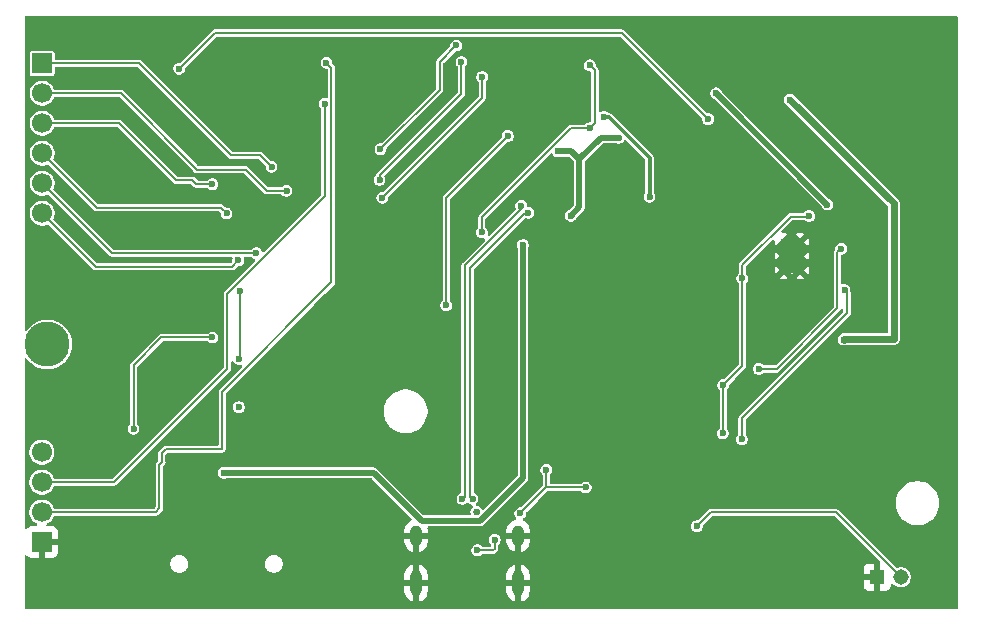
<source format=gbl>
%TF.GenerationSoftware,KiCad,Pcbnew,9.0.4*%
%TF.CreationDate,2025-10-24T17:45:02+05:30*%
%TF.ProjectId,waterlevel project1,77617465-726c-4657-9665-6c2070726f6a,rev?*%
%TF.SameCoordinates,Original*%
%TF.FileFunction,Copper,L2,Bot*%
%TF.FilePolarity,Positive*%
%FSLAX46Y46*%
G04 Gerber Fmt 4.6, Leading zero omitted, Abs format (unit mm)*
G04 Created by KiCad (PCBNEW 9.0.4) date 2025-10-24 17:45:02*
%MOMM*%
%LPD*%
G01*
G04 APERTURE LIST*
%TA.AperFunction,ComponentPad*%
%ADD10R,1.700000X1.700000*%
%TD*%
%TA.AperFunction,ComponentPad*%
%ADD11C,1.700000*%
%TD*%
%TA.AperFunction,ComponentPad*%
%ADD12R,1.308000X1.308000*%
%TD*%
%TA.AperFunction,ComponentPad*%
%ADD13C,1.308000*%
%TD*%
%TA.AperFunction,HeatsinkPad*%
%ADD14C,0.500000*%
%TD*%
%TA.AperFunction,HeatsinkPad*%
%ADD15R,1.900000X2.900000*%
%TD*%
%TA.AperFunction,ComponentPad*%
%ADD16O,1.000000X2.200000*%
%TD*%
%TA.AperFunction,ComponentPad*%
%ADD17O,1.000000X1.800000*%
%TD*%
%TA.AperFunction,HeatsinkPad*%
%ADD18C,0.600000*%
%TD*%
%TA.AperFunction,ComponentPad*%
%ADD19C,3.800000*%
%TD*%
%TA.AperFunction,ViaPad*%
%ADD20C,0.600000*%
%TD*%
%TA.AperFunction,ViaPad*%
%ADD21C,0.650000*%
%TD*%
%TA.AperFunction,Conductor*%
%ADD22C,0.500000*%
%TD*%
%TA.AperFunction,Conductor*%
%ADD23C,0.200000*%
%TD*%
%TA.AperFunction,Conductor*%
%ADD24C,0.300000*%
%TD*%
%TA.AperFunction,Conductor*%
%ADD25C,0.600000*%
%TD*%
G04 APERTURE END LIST*
D10*
%TO.P,J5,1,Pin_1*%
%TO.N,Net-(J5-Pin_1)*%
X37500000Y-84960000D03*
D11*
%TO.P,J5,2,Pin_2*%
%TO.N,Net-(J5-Pin_2)*%
X37500000Y-87500000D03*
%TO.P,J5,3,Pin_3*%
%TO.N,Net-(J5-Pin_3)*%
X37500000Y-90040000D03*
%TO.P,J5,4,Pin_4*%
%TO.N,Net-(J5-Pin_4)*%
X37500000Y-92580000D03*
%TO.P,J5,5,Pin_5*%
%TO.N,Net-(J5-Pin_5)*%
X37500000Y-95120000D03*
%TO.P,J5,6,Pin_6*%
%TO.N,Net-(J5-Pin_6)*%
X37500000Y-97660000D03*
%TD*%
D10*
%TO.P,J1,1,Pin_1*%
%TO.N,GND*%
X37474600Y-125504800D03*
D11*
%TO.P,J1,2,Pin_2*%
%TO.N,/ESP32 WROOM 32/SCL*%
X37474600Y-122964800D03*
%TO.P,J1,3,Pin_3*%
%TO.N,/ESP32 WROOM 32/SDA*%
X37474600Y-120424800D03*
%TO.P,J1,4,Pin_4*%
%TO.N,+3.3V*%
X37474600Y-117884800D03*
%TD*%
D12*
%TO.P,J6,1,1*%
%TO.N,GND*%
X108194600Y-128482000D03*
D13*
%TO.P,J6,2,2*%
%TO.N,/VBAT*%
X110194600Y-128482000D03*
%TD*%
D14*
%TO.P,U2,9,EPAD*%
%TO.N,GND*%
X100276200Y-100069800D03*
X100276200Y-101269800D03*
X100276200Y-102469800D03*
D15*
X100976200Y-101269800D03*
D14*
X101676200Y-100069800D03*
X101676200Y-101269800D03*
X101676200Y-102469800D03*
%TD*%
D16*
%TO.P,J4,SH1,SHIELD1*%
%TO.N,GND*%
X69156800Y-128966200D03*
%TO.P,J4,SH2,SHIELD2*%
X77796800Y-128966200D03*
D17*
%TO.P,J4,SH3,SHIELD3*%
X69156800Y-124966200D03*
%TO.P,J4,SH4,SHIELD4*%
X77796800Y-124966200D03*
%TD*%
D18*
%TO.P,U4,39,GND*%
%TO.N,GND*%
X52795000Y-88442500D03*
X52795000Y-89967500D03*
X53557500Y-87680000D03*
X53557500Y-89205000D03*
X53557500Y-90730000D03*
X54320000Y-88442500D03*
X54320000Y-89967500D03*
X55082500Y-87680000D03*
X55082500Y-89205000D03*
X55082500Y-90730000D03*
X55845000Y-88442500D03*
X55845000Y-89967500D03*
%TD*%
D19*
%TO.P,REF\u002A\u002A,1*%
%TO.N,N/C*%
X37947600Y-108762800D03*
%TD*%
D20*
%TO.N,+3.3V*%
X103987600Y-96926400D03*
X94564200Y-87503000D03*
X82270600Y-97866200D03*
X78206600Y-100355400D03*
X52882800Y-119634000D03*
X86309200Y-91287600D03*
X81153000Y-92405200D03*
%TO.N,/VBUS*%
X77978000Y-123063000D03*
X75826800Y-125321940D03*
X74345800Y-126187200D03*
X95173800Y-112191800D03*
X83870800Y-90449400D03*
X95123000Y-116306600D03*
X102438200Y-97891600D03*
X74726800Y-99288600D03*
X83870800Y-85140800D03*
X96774000Y-103174800D03*
X80187800Y-119380000D03*
X83515200Y-120878600D03*
%TO.N,GND*%
X93853000Y-99085400D03*
X80264000Y-89255600D03*
X98348800Y-97053400D03*
X48285400Y-126492000D03*
X50876200Y-118465600D03*
X83337400Y-103479600D03*
D21*
X48260000Y-118465600D03*
D20*
X79070200Y-95021400D03*
X74472800Y-127203200D03*
X76555600Y-125653800D03*
X76530200Y-87452200D03*
X58293000Y-118059200D03*
X69951600Y-95834200D03*
X64058800Y-107111800D03*
D21*
X49276000Y-97891600D03*
D20*
%TO.N,/VBAT*%
X92938600Y-124155200D03*
X96748600Y-116789200D03*
X105435400Y-104165400D03*
%TO.N,+5V*%
X100812600Y-88036400D03*
X105359200Y-108356400D03*
%TO.N,/ESP32 WROOM 32/ESP_EN*%
X49098200Y-85420200D03*
X93878400Y-89687400D03*
%TO.N,/ESP32 WROOM 32/SDA*%
X61442600Y-88392000D03*
%TO.N,/ESP32 WROOM 32/SCL*%
X61569600Y-84912200D03*
%TO.N,Net-(J5-Pin_6)*%
X54102000Y-101650800D03*
%TO.N,Net-(J5-Pin_1)*%
X56921400Y-93726000D03*
%TO.N,Net-(J5-Pin_4)*%
X53111400Y-97678800D03*
%TO.N,Net-(J5-Pin_5)*%
X55626000Y-101041200D03*
%TO.N,Net-(J5-Pin_3)*%
X51917600Y-95199200D03*
%TO.N,Net-(J5-Pin_2)*%
X58191400Y-95758000D03*
%TO.N,/ESP32 WROOM 32/DTR*%
X76936600Y-91109800D03*
X71704200Y-105460800D03*
%TO.N,Net-(U2-~{CHRG})*%
X98196400Y-110845600D03*
X105156000Y-100660200D03*
%TO.N,Net-(U6-~{RST})*%
X85048800Y-89509600D03*
X88925400Y-96266000D03*
%TO.N,/ESP32 WROOM 32/SCK*%
X51917600Y-108178600D03*
X45237400Y-115900200D03*
%TO.N,/ESP32 WROOM 32/MOSI*%
X54152800Y-114071400D03*
X54152800Y-109982000D03*
X54229000Y-104216200D03*
%TO.N,Net-(U4-IO16)*%
X74752200Y-86131400D03*
X66294000Y-96342200D03*
%TO.N,Net-(U4-IO17)*%
X66065400Y-94843600D03*
X72999600Y-84861400D03*
%TO.N,Net-(U4-IO18)*%
X66141600Y-92227400D03*
X72567800Y-83439000D03*
%TO.N,/USB_DN*%
X73932600Y-121843800D03*
X78659521Y-97625521D03*
%TO.N,/USB_DP*%
X74276800Y-122936000D03*
X73082600Y-121843800D03*
X78058479Y-97024479D03*
%TD*%
D22*
%TO.N,+3.3V*%
X78206600Y-120068275D02*
X78206600Y-100355400D01*
X82981800Y-97155000D02*
X82981800Y-93091000D01*
X82981800Y-93091000D02*
X82296000Y-92405200D01*
X94564200Y-87503000D02*
X103987600Y-96926400D01*
X84785200Y-91287600D02*
X82981800Y-93091000D01*
X65569517Y-119634000D02*
X69622517Y-123687000D01*
X82296000Y-92405200D02*
X81153000Y-92405200D01*
X52882800Y-119634000D02*
X65569517Y-119634000D01*
X86309200Y-91287600D02*
X84785200Y-91287600D01*
X69622517Y-123687000D02*
X74587875Y-123687000D01*
X82270600Y-97866200D02*
X82981800Y-97155000D01*
X74587875Y-123687000D02*
X78206600Y-120068275D01*
D23*
%TO.N,/VBUS*%
X75692000Y-126187200D02*
X75826800Y-126052400D01*
X77978000Y-123063000D02*
X80162400Y-120878600D01*
X74345800Y-126187200D02*
X75692000Y-126187200D01*
X82258857Y-90449400D02*
X83870800Y-90449400D01*
X95173800Y-116255800D02*
X95123000Y-116306600D01*
X84302600Y-85572600D02*
X84302600Y-90017600D01*
X83870800Y-85140800D02*
X84302600Y-85572600D01*
X80187800Y-120853200D02*
X80162400Y-120878600D01*
X96774000Y-102031800D02*
X100863400Y-97942400D01*
X74726800Y-99288600D02*
X74726800Y-97981457D01*
X84302600Y-90017600D02*
X83870800Y-90449400D01*
X96774000Y-103174800D02*
X96774000Y-110591600D01*
X75826800Y-126052400D02*
X75826800Y-125321940D01*
X96774000Y-103174800D02*
X96774000Y-102031800D01*
X96774000Y-110591600D02*
X95173800Y-112191800D01*
X102387400Y-97942400D02*
X102438200Y-97891600D01*
X80187800Y-119380000D02*
X80187800Y-120853200D01*
X100863400Y-97942400D02*
X102387400Y-97942400D01*
X80162400Y-120878600D02*
X83515200Y-120878600D01*
X74726800Y-97981457D02*
X82258857Y-90449400D01*
X95173800Y-112191800D02*
X95173800Y-116255800D01*
D22*
%TO.N,GND*%
X75768200Y-127203200D02*
X76555600Y-126415800D01*
X64058800Y-107111800D02*
X64058800Y-101727000D01*
X57886600Y-118465600D02*
X58293000Y-118059200D01*
X93853000Y-99085400D02*
X96316800Y-99085400D01*
X96316800Y-99085400D02*
X98348800Y-97053400D01*
D23*
X56519543Y-98279800D02*
X49664200Y-98279800D01*
D22*
X74472800Y-127203200D02*
X75768200Y-127203200D01*
D23*
X55845000Y-89967500D02*
X58792400Y-92914900D01*
D24*
X79070200Y-95021400D02*
X79070200Y-97115546D01*
D23*
X58792400Y-96006943D02*
X56519543Y-98279800D01*
D22*
X50876200Y-118465600D02*
X57886600Y-118465600D01*
X76530200Y-87452200D02*
X78460600Y-87452200D01*
D23*
X49664200Y-98279800D02*
X49276000Y-97891600D01*
D22*
X48285400Y-126492000D02*
X48260000Y-126466600D01*
X101676200Y-102469800D02*
X101676200Y-102514400D01*
X64058800Y-101727000D02*
X69951600Y-95834200D01*
X78460600Y-87452200D02*
X80264000Y-89255600D01*
X76555600Y-126415800D02*
X76555600Y-125653800D01*
D24*
X83337400Y-101382746D02*
X83337400Y-103479600D01*
D22*
X48260000Y-126466600D02*
X48260000Y-118465600D01*
D23*
X58792400Y-92914900D02*
X58792400Y-96006943D01*
D24*
X79070200Y-97115546D02*
X83337400Y-101382746D01*
D22*
X48260000Y-118465600D02*
X50876200Y-118465600D01*
D23*
%TO.N,/VBAT*%
X94107000Y-122986800D02*
X104699400Y-122986800D01*
X96748600Y-115011200D02*
X105638600Y-106121200D01*
X92938600Y-124155200D02*
X94107000Y-122986800D01*
X96748600Y-116789200D02*
X96748600Y-115011200D01*
X105638600Y-106121200D02*
X105638600Y-104368600D01*
X104699400Y-122986800D02*
X110194600Y-128482000D01*
X105638600Y-104368600D02*
X105435400Y-104165400D01*
D25*
%TO.N,+5V*%
X109601000Y-108305600D02*
X105410000Y-108305600D01*
X109601000Y-96824800D02*
X109601000Y-108305600D01*
X105410000Y-108305600D02*
X105359200Y-108356400D01*
X100812600Y-88036400D02*
X109601000Y-96824800D01*
D23*
%TO.N,/ESP32 WROOM 32/ESP_EN*%
X49098200Y-85420200D02*
X52120800Y-82397600D01*
X86588600Y-82397600D02*
X93878400Y-89687400D01*
X52120800Y-82397600D02*
X86588600Y-82397600D01*
%TO.N,/ESP32 WROOM 32/SDA*%
X53187600Y-104478368D02*
X53187600Y-110820200D01*
X53187600Y-110820200D02*
X43583000Y-120424800D01*
X61442600Y-88392000D02*
X61442600Y-96223368D01*
X43583000Y-120424800D02*
X37474600Y-120424800D01*
X61442600Y-96223368D02*
X53187600Y-104478368D01*
%TO.N,/ESP32 WROOM 32/SCL*%
X47421800Y-122656600D02*
X47113600Y-122964800D01*
X47634000Y-118724898D02*
X47641322Y-118732221D01*
X61993600Y-103512800D02*
X52730400Y-112776000D01*
X52730400Y-117627400D02*
X47955200Y-117627400D01*
X47955200Y-117627400D02*
X47634000Y-117948600D01*
X47421800Y-118951743D02*
X47421800Y-122656600D01*
X61993600Y-85336200D02*
X61993600Y-103512800D01*
X47641322Y-118732221D02*
X47421800Y-118951743D01*
X47634000Y-117948600D02*
X47634000Y-118724898D01*
X61569600Y-84912200D02*
X61993600Y-85336200D01*
X47113600Y-122964800D02*
X37474600Y-122964800D01*
X52730400Y-112776000D02*
X52730400Y-117627400D01*
%TO.N,Net-(J5-Pin_6)*%
X37500000Y-97660000D02*
X42024200Y-102184200D01*
X53035200Y-102184200D02*
X53568600Y-102184200D01*
X53568600Y-102184200D02*
X54102000Y-101650800D01*
X42024200Y-102184200D02*
X53035200Y-102184200D01*
%TO.N,Net-(J5-Pin_1)*%
X55930800Y-92735400D02*
X53467000Y-92735400D01*
X53467000Y-92735400D02*
X45691600Y-84960000D01*
X56921400Y-93726000D02*
X55930800Y-92735400D01*
X45691600Y-84960000D02*
X37500000Y-84960000D01*
%TO.N,Net-(J5-Pin_4)*%
X42100400Y-97180400D02*
X52613000Y-97180400D01*
X37500000Y-92580000D02*
X42100400Y-97180400D01*
X52613000Y-97180400D02*
X53111400Y-97678800D01*
%TO.N,Net-(J5-Pin_5)*%
X37500000Y-95120000D02*
X43421200Y-101041200D01*
X43421200Y-101041200D02*
X55626000Y-101041200D01*
%TO.N,Net-(J5-Pin_3)*%
X50546000Y-95199200D02*
X50215800Y-94869000D01*
X44015200Y-90040000D02*
X37500000Y-90040000D01*
X51917600Y-95199200D02*
X50546000Y-95199200D01*
X50215800Y-94869000D02*
X48844200Y-94869000D01*
X48844200Y-94869000D02*
X44015200Y-90040000D01*
%TO.N,Net-(J5-Pin_2)*%
X58191400Y-95758000D02*
X56540400Y-95758000D01*
X56540400Y-95758000D02*
X54762400Y-93980000D01*
X50622200Y-93980000D02*
X44142200Y-87500000D01*
X54762400Y-93980000D02*
X50622200Y-93980000D01*
X44142200Y-87500000D02*
X37500000Y-87500000D01*
%TO.N,/ESP32 WROOM 32/DTR*%
X71704200Y-96342200D02*
X76936600Y-91109800D01*
X71704200Y-105460800D02*
X71704200Y-96342200D01*
%TO.N,Net-(U2-~{CHRG})*%
X98196400Y-110845600D02*
X99681343Y-110845600D01*
X99681343Y-110845600D02*
X104834400Y-105692543D01*
X104834400Y-100981800D02*
X105156000Y-100660200D01*
X104834400Y-105692543D02*
X104834400Y-100981800D01*
D24*
%TO.N,Net-(U6-~{RST})*%
X88925400Y-96266000D02*
X88925400Y-92983146D01*
X88925400Y-92983146D02*
X85451854Y-89509600D01*
X85451854Y-89509600D02*
X85048800Y-89509600D01*
D23*
%TO.N,/ESP32 WROOM 32/SCK*%
X47599600Y-108178600D02*
X51917600Y-108178600D01*
X45262800Y-110515400D02*
X47599600Y-108178600D01*
X45262800Y-110515400D02*
X45262800Y-115874800D01*
X45262800Y-115874800D02*
X45237400Y-115900200D01*
%TO.N,/ESP32 WROOM 32/MOSI*%
X54229000Y-109905800D02*
X54229000Y-104216200D01*
X54152800Y-109982000D02*
X54229000Y-109905800D01*
X54203600Y-114020600D02*
X54152800Y-114071400D01*
%TO.N,Net-(U4-IO16)*%
X74752200Y-86131400D02*
X74752200Y-87884000D01*
X74752200Y-87884000D02*
X66294000Y-96342200D01*
%TO.N,Net-(U4-IO17)*%
X72999600Y-87528400D02*
X66065400Y-94462600D01*
X66065400Y-94462600D02*
X66065400Y-94843600D01*
X72999600Y-84861400D02*
X72999600Y-87528400D01*
%TO.N,Net-(U4-IO18)*%
X71145400Y-84861400D02*
X71145400Y-87223600D01*
X71145400Y-87223600D02*
X66141600Y-92227400D01*
X72567800Y-83439000D02*
X71145400Y-84861400D01*
%TO.N,/USB_DN*%
X73732601Y-102269598D02*
X73732601Y-121643801D01*
X73732601Y-121643801D02*
X73932600Y-121843800D01*
X78376678Y-97625521D02*
X73732601Y-102269598D01*
X78659521Y-97625521D02*
X78376678Y-97625521D01*
D24*
%TO.N,/USB_DP*%
X74276800Y-122936000D02*
X74104146Y-122936000D01*
D23*
X78058479Y-97307322D02*
X73282599Y-102083202D01*
X78058479Y-97024479D02*
X78058479Y-97307322D01*
X73282599Y-102083202D02*
X73282599Y-121643801D01*
D24*
X73082600Y-121914454D02*
X73082600Y-121843800D01*
D23*
X73282599Y-121643801D02*
X73082600Y-121843800D01*
%TD*%
%TA.AperFunction,Conductor*%
%TO.N,GND*%
G36*
X114767350Y-80993057D02*
G01*
X114767508Y-80993100D01*
X114833387Y-80993100D01*
X114898971Y-80993142D01*
X114898974Y-80993141D01*
X114906669Y-80993146D01*
X114907384Y-80993100D01*
X114945500Y-80993100D01*
X115012539Y-81012785D01*
X115058294Y-81065589D01*
X115069500Y-81117100D01*
X115069500Y-131036177D01*
X115049815Y-131103216D01*
X114997011Y-131148971D01*
X114945461Y-131160177D01*
X36133661Y-131135197D01*
X36066627Y-131115491D01*
X36020889Y-131062673D01*
X36009700Y-131011197D01*
X36009700Y-128267704D01*
X68156800Y-128267704D01*
X68156800Y-128716200D01*
X68856800Y-128716200D01*
X68856800Y-129216200D01*
X68156800Y-129216200D01*
X68156800Y-129664695D01*
X68195227Y-129857881D01*
X68195230Y-129857893D01*
X68270607Y-130039871D01*
X68270614Y-130039884D01*
X68380048Y-130203662D01*
X68380051Y-130203666D01*
X68519333Y-130342948D01*
X68519337Y-130342951D01*
X68683115Y-130452385D01*
X68683128Y-130452392D01*
X68865108Y-130527769D01*
X68906800Y-130536062D01*
X68906800Y-129733188D01*
X68916740Y-129750405D01*
X68972595Y-129806260D01*
X69041004Y-129845756D01*
X69117304Y-129866200D01*
X69196296Y-129866200D01*
X69272596Y-129845756D01*
X69341005Y-129806260D01*
X69396860Y-129750405D01*
X69406800Y-129733188D01*
X69406800Y-130536062D01*
X69448490Y-130527769D01*
X69448492Y-130527769D01*
X69630471Y-130452392D01*
X69630484Y-130452385D01*
X69794262Y-130342951D01*
X69794266Y-130342948D01*
X69933548Y-130203666D01*
X69933551Y-130203662D01*
X70042985Y-130039884D01*
X70042992Y-130039871D01*
X70118369Y-129857893D01*
X70118372Y-129857881D01*
X70156799Y-129664695D01*
X70156800Y-129664692D01*
X70156800Y-129216200D01*
X69456800Y-129216200D01*
X69456800Y-128716200D01*
X70156800Y-128716200D01*
X70156800Y-128267708D01*
X70156799Y-128267704D01*
X76796800Y-128267704D01*
X76796800Y-128716200D01*
X77496800Y-128716200D01*
X77496800Y-129216200D01*
X76796800Y-129216200D01*
X76796800Y-129664695D01*
X76835227Y-129857881D01*
X76835230Y-129857893D01*
X76910607Y-130039871D01*
X76910614Y-130039884D01*
X77020048Y-130203662D01*
X77020051Y-130203666D01*
X77159333Y-130342948D01*
X77159337Y-130342951D01*
X77323115Y-130452385D01*
X77323128Y-130452392D01*
X77505108Y-130527769D01*
X77546800Y-130536062D01*
X77546800Y-129733188D01*
X77556740Y-129750405D01*
X77612595Y-129806260D01*
X77681004Y-129845756D01*
X77757304Y-129866200D01*
X77836296Y-129866200D01*
X77912596Y-129845756D01*
X77981005Y-129806260D01*
X78036860Y-129750405D01*
X78046800Y-129733188D01*
X78046800Y-130536062D01*
X78088490Y-130527769D01*
X78088492Y-130527769D01*
X78270471Y-130452392D01*
X78270484Y-130452385D01*
X78434262Y-130342951D01*
X78434266Y-130342948D01*
X78573548Y-130203666D01*
X78573551Y-130203662D01*
X78682985Y-130039884D01*
X78682992Y-130039871D01*
X78758369Y-129857893D01*
X78758372Y-129857881D01*
X78796799Y-129664695D01*
X78796800Y-129664692D01*
X78796800Y-129216200D01*
X78096800Y-129216200D01*
X78096800Y-128716200D01*
X78796800Y-128716200D01*
X78796800Y-128267708D01*
X78796799Y-128267704D01*
X78758372Y-128074518D01*
X78758369Y-128074506D01*
X78682992Y-127892528D01*
X78682985Y-127892515D01*
X78651732Y-127845742D01*
X78573551Y-127728737D01*
X78573548Y-127728733D01*
X78434266Y-127589451D01*
X78434262Y-127589448D01*
X78270484Y-127480014D01*
X78270471Y-127480007D01*
X78088491Y-127404629D01*
X78088483Y-127404627D01*
X78046800Y-127396335D01*
X78046800Y-128199211D01*
X78036860Y-128181995D01*
X77981005Y-128126140D01*
X77912596Y-128086644D01*
X77836296Y-128066200D01*
X77757304Y-128066200D01*
X77681004Y-128086644D01*
X77612595Y-128126140D01*
X77556740Y-128181995D01*
X77546800Y-128199211D01*
X77546800Y-127396336D01*
X77546799Y-127396335D01*
X77505116Y-127404627D01*
X77505108Y-127404629D01*
X77323128Y-127480007D01*
X77323115Y-127480014D01*
X77159337Y-127589448D01*
X77159333Y-127589451D01*
X77020051Y-127728733D01*
X77020048Y-127728737D01*
X76910614Y-127892515D01*
X76910607Y-127892528D01*
X76835230Y-128074506D01*
X76835227Y-128074518D01*
X76796800Y-128267704D01*
X70156799Y-128267704D01*
X70118372Y-128074518D01*
X70118369Y-128074506D01*
X70042992Y-127892528D01*
X70042985Y-127892515D01*
X69933551Y-127728737D01*
X69933548Y-127728733D01*
X69794266Y-127589451D01*
X69794262Y-127589448D01*
X69630484Y-127480014D01*
X69630471Y-127480007D01*
X69448491Y-127404629D01*
X69448483Y-127404627D01*
X69406800Y-127396335D01*
X69406800Y-128199211D01*
X69396860Y-128181995D01*
X69341005Y-128126140D01*
X69272596Y-128086644D01*
X69196296Y-128066200D01*
X69117304Y-128066200D01*
X69041004Y-128086644D01*
X68972595Y-128126140D01*
X68916740Y-128181995D01*
X68906800Y-128199211D01*
X68906800Y-127396336D01*
X68906799Y-127396335D01*
X68865116Y-127404627D01*
X68865108Y-127404629D01*
X68683128Y-127480007D01*
X68683115Y-127480014D01*
X68519337Y-127589448D01*
X68519333Y-127589451D01*
X68380051Y-127728733D01*
X68380048Y-127728737D01*
X68270614Y-127892515D01*
X68270607Y-127892528D01*
X68195230Y-128074506D01*
X68195227Y-128074518D01*
X68156800Y-128267704D01*
X36009700Y-128267704D01*
X36009700Y-127428320D01*
X48350699Y-127428320D01*
X48379540Y-127573307D01*
X48379543Y-127573317D01*
X48436112Y-127709888D01*
X48436119Y-127709901D01*
X48518248Y-127832815D01*
X48518251Y-127832819D01*
X48622780Y-127937348D01*
X48622784Y-127937351D01*
X48745698Y-128019480D01*
X48745711Y-128019487D01*
X48878540Y-128074506D01*
X48882287Y-128076058D01*
X48882291Y-128076058D01*
X48882292Y-128076059D01*
X49027279Y-128104900D01*
X49027282Y-128104900D01*
X49175120Y-128104900D01*
X49290241Y-128082000D01*
X49320113Y-128076058D01*
X49456695Y-128019484D01*
X49579616Y-127937351D01*
X49684151Y-127832816D01*
X49766284Y-127709895D01*
X49822858Y-127573313D01*
X49851700Y-127428320D01*
X56350699Y-127428320D01*
X56379540Y-127573307D01*
X56379543Y-127573317D01*
X56436112Y-127709888D01*
X56436119Y-127709901D01*
X56518248Y-127832815D01*
X56518251Y-127832819D01*
X56622780Y-127937348D01*
X56622784Y-127937351D01*
X56745698Y-128019480D01*
X56745711Y-128019487D01*
X56878540Y-128074506D01*
X56882287Y-128076058D01*
X56882291Y-128076058D01*
X56882292Y-128076059D01*
X57027279Y-128104900D01*
X57027282Y-128104900D01*
X57175120Y-128104900D01*
X57290241Y-128082000D01*
X57320113Y-128076058D01*
X57456695Y-128019484D01*
X57579616Y-127937351D01*
X57684151Y-127832816D01*
X57766284Y-127709895D01*
X57822858Y-127573313D01*
X57851700Y-127428318D01*
X57851700Y-127280482D01*
X57851700Y-127280479D01*
X57822859Y-127135492D01*
X57822858Y-127135491D01*
X57822858Y-127135487D01*
X57822856Y-127135482D01*
X57766287Y-126998911D01*
X57766280Y-126998898D01*
X57684151Y-126875984D01*
X57684148Y-126875980D01*
X57579619Y-126771451D01*
X57579615Y-126771448D01*
X57456701Y-126689319D01*
X57456688Y-126689312D01*
X57320117Y-126632743D01*
X57320107Y-126632740D01*
X57175120Y-126603900D01*
X57175118Y-126603900D01*
X57027282Y-126603900D01*
X57027280Y-126603900D01*
X56882292Y-126632740D01*
X56882282Y-126632743D01*
X56745711Y-126689312D01*
X56745698Y-126689319D01*
X56622784Y-126771448D01*
X56622780Y-126771451D01*
X56518251Y-126875980D01*
X56518248Y-126875984D01*
X56436119Y-126998898D01*
X56436112Y-126998911D01*
X56379543Y-127135482D01*
X56379540Y-127135492D01*
X56350700Y-127280479D01*
X56350700Y-127280482D01*
X56350700Y-127428318D01*
X56350700Y-127428320D01*
X56350699Y-127428320D01*
X49851700Y-127428320D01*
X49851700Y-127428318D01*
X49851700Y-127280482D01*
X49851700Y-127280479D01*
X49822859Y-127135492D01*
X49822858Y-127135491D01*
X49822858Y-127135487D01*
X49822856Y-127135482D01*
X49766287Y-126998911D01*
X49766280Y-126998898D01*
X49684151Y-126875984D01*
X49684148Y-126875980D01*
X49579619Y-126771451D01*
X49579615Y-126771448D01*
X49456701Y-126689319D01*
X49456688Y-126689312D01*
X49320117Y-126632743D01*
X49320107Y-126632740D01*
X49175120Y-126603900D01*
X49175118Y-126603900D01*
X49027282Y-126603900D01*
X49027280Y-126603900D01*
X48882292Y-126632740D01*
X48882282Y-126632743D01*
X48745711Y-126689312D01*
X48745698Y-126689319D01*
X48622784Y-126771448D01*
X48622780Y-126771451D01*
X48518251Y-126875980D01*
X48518248Y-126875984D01*
X48436119Y-126998898D01*
X48436112Y-126998911D01*
X48379543Y-127135482D01*
X48379540Y-127135492D01*
X48350700Y-127280479D01*
X48350700Y-127280482D01*
X48350700Y-127428318D01*
X48350700Y-127428320D01*
X48350699Y-127428320D01*
X36009700Y-127428320D01*
X36009700Y-126740288D01*
X36029385Y-126673249D01*
X36082189Y-126627494D01*
X36151347Y-126617550D01*
X36214903Y-126646575D01*
X36232967Y-126665977D01*
X36267413Y-126711990D01*
X36382506Y-126798150D01*
X36382513Y-126798154D01*
X36517220Y-126848396D01*
X36517227Y-126848398D01*
X36576755Y-126854799D01*
X36576772Y-126854800D01*
X37224600Y-126854800D01*
X37224600Y-125937812D01*
X37281607Y-125970725D01*
X37408774Y-126004800D01*
X37540426Y-126004800D01*
X37667593Y-125970725D01*
X37724600Y-125937812D01*
X37724600Y-126854800D01*
X38372428Y-126854800D01*
X38372444Y-126854799D01*
X38431972Y-126848398D01*
X38431979Y-126848396D01*
X38566686Y-126798154D01*
X38566693Y-126798150D01*
X38681787Y-126711990D01*
X38681790Y-126711987D01*
X38767950Y-126596893D01*
X38767954Y-126596886D01*
X38818196Y-126462179D01*
X38818198Y-126462172D01*
X38824599Y-126402644D01*
X38824600Y-126402627D01*
X38824600Y-125754800D01*
X37907612Y-125754800D01*
X37940525Y-125697793D01*
X37974600Y-125570626D01*
X37974600Y-125438974D01*
X37940525Y-125311807D01*
X37907612Y-125254800D01*
X38824600Y-125254800D01*
X38824600Y-124606972D01*
X38824599Y-124606955D01*
X38818198Y-124547427D01*
X38818196Y-124547420D01*
X38767954Y-124412713D01*
X38767950Y-124412706D01*
X38681790Y-124297612D01*
X38681787Y-124297609D01*
X38566693Y-124211449D01*
X38566686Y-124211445D01*
X38431979Y-124161203D01*
X38431972Y-124161201D01*
X38372444Y-124154800D01*
X37970165Y-124154800D01*
X37903126Y-124135115D01*
X37857371Y-124082311D01*
X37847427Y-124013153D01*
X37876452Y-123949597D01*
X37922712Y-123916239D01*
X37928208Y-123913962D01*
X37972198Y-123895741D01*
X38144255Y-123780777D01*
X38290577Y-123634455D01*
X38405541Y-123462398D01*
X38455475Y-123341846D01*
X38499316Y-123287444D01*
X38565610Y-123265379D01*
X38570036Y-123265300D01*
X47153160Y-123265300D01*
X47153162Y-123265300D01*
X47229589Y-123244821D01*
X47298111Y-123205260D01*
X47354060Y-123149311D01*
X47662260Y-122841111D01*
X47701822Y-122772588D01*
X47722300Y-122696162D01*
X47722300Y-122617038D01*
X47722300Y-119568108D01*
X52382300Y-119568108D01*
X52382300Y-119699891D01*
X52416408Y-119827187D01*
X52447866Y-119881672D01*
X52482300Y-119941314D01*
X52575486Y-120034500D01*
X52668118Y-120087981D01*
X52684225Y-120097281D01*
X52689614Y-120100392D01*
X52816908Y-120134500D01*
X52816910Y-120134500D01*
X52948690Y-120134500D01*
X52948692Y-120134500D01*
X53075986Y-120100392D01*
X53075994Y-120100387D01*
X53083496Y-120097281D01*
X53084049Y-120098618D01*
X53136737Y-120084500D01*
X65331552Y-120084500D01*
X65398591Y-120104185D01*
X65419232Y-120120818D01*
X68760709Y-123462295D01*
X68794193Y-123523617D01*
X68789209Y-123593309D01*
X68747337Y-123649242D01*
X68720481Y-123664535D01*
X68683130Y-123680006D01*
X68683115Y-123680014D01*
X68519337Y-123789448D01*
X68519333Y-123789451D01*
X68380051Y-123928733D01*
X68380048Y-123928737D01*
X68270614Y-124092515D01*
X68270607Y-124092528D01*
X68195230Y-124274506D01*
X68195227Y-124274518D01*
X68156800Y-124467704D01*
X68156800Y-124716200D01*
X68856800Y-124716200D01*
X68856800Y-125216200D01*
X68156800Y-125216200D01*
X68156800Y-125464695D01*
X68195227Y-125657881D01*
X68195230Y-125657893D01*
X68270607Y-125839871D01*
X68270614Y-125839884D01*
X68380048Y-126003662D01*
X68380051Y-126003666D01*
X68519333Y-126142948D01*
X68519337Y-126142951D01*
X68683115Y-126252385D01*
X68683128Y-126252392D01*
X68865108Y-126327769D01*
X68906800Y-126336062D01*
X68906800Y-125533188D01*
X68916740Y-125550405D01*
X68972595Y-125606260D01*
X69041004Y-125645756D01*
X69117304Y-125666200D01*
X69196296Y-125666200D01*
X69272596Y-125645756D01*
X69341005Y-125606260D01*
X69396860Y-125550405D01*
X69406800Y-125533188D01*
X69406800Y-126336062D01*
X69448490Y-126327769D01*
X69448492Y-126327769D01*
X69630471Y-126252392D01*
X69630484Y-126252385D01*
X69794262Y-126142951D01*
X69794266Y-126142948D01*
X69815906Y-126121308D01*
X73845300Y-126121308D01*
X73845300Y-126253091D01*
X73879408Y-126380387D01*
X73906702Y-126427660D01*
X73945300Y-126494514D01*
X74038486Y-126587700D01*
X74152614Y-126653592D01*
X74279908Y-126687700D01*
X74279910Y-126687700D01*
X74411690Y-126687700D01*
X74411692Y-126687700D01*
X74538986Y-126653592D01*
X74653114Y-126587700D01*
X74716795Y-126524019D01*
X74778118Y-126490534D01*
X74804476Y-126487700D01*
X75731560Y-126487700D01*
X75731562Y-126487700D01*
X75807989Y-126467221D01*
X75876511Y-126427660D01*
X75932460Y-126371711D01*
X76067260Y-126236911D01*
X76073119Y-126226762D01*
X76106821Y-126168389D01*
X76127300Y-126091962D01*
X76127300Y-125780616D01*
X76146985Y-125713577D01*
X76163619Y-125692935D01*
X76190354Y-125666200D01*
X76227300Y-125629254D01*
X76293192Y-125515126D01*
X76327300Y-125387832D01*
X76327300Y-125256048D01*
X76293192Y-125128754D01*
X76227300Y-125014626D01*
X76134114Y-124921440D01*
X76077050Y-124888494D01*
X76019987Y-124855548D01*
X75956339Y-124838494D01*
X75892692Y-124821440D01*
X75760908Y-124821440D01*
X75633612Y-124855548D01*
X75519486Y-124921440D01*
X75519483Y-124921442D01*
X75426302Y-125014623D01*
X75426300Y-125014626D01*
X75360408Y-125128752D01*
X75326300Y-125256048D01*
X75326300Y-125387831D01*
X75360408Y-125515127D01*
X75360916Y-125516006D01*
X75426300Y-125629254D01*
X75426302Y-125629256D01*
X75472065Y-125675019D01*
X75505550Y-125736342D01*
X75500566Y-125806034D01*
X75458694Y-125861967D01*
X75393230Y-125886384D01*
X75384384Y-125886700D01*
X74804476Y-125886700D01*
X74737437Y-125867015D01*
X74716795Y-125850381D01*
X74653116Y-125786702D01*
X74653114Y-125786700D01*
X74548627Y-125726374D01*
X74538987Y-125720808D01*
X74453092Y-125697793D01*
X74411692Y-125686700D01*
X74279908Y-125686700D01*
X74152612Y-125720808D01*
X74038486Y-125786700D01*
X74038483Y-125786702D01*
X73945302Y-125879883D01*
X73945300Y-125879886D01*
X73879408Y-125994012D01*
X73845300Y-126121308D01*
X69815906Y-126121308D01*
X69911715Y-126025500D01*
X69933548Y-126003666D01*
X69933551Y-126003662D01*
X70042985Y-125839884D01*
X70042992Y-125839871D01*
X70118369Y-125657893D01*
X70118372Y-125657881D01*
X70156799Y-125464695D01*
X70156800Y-125464692D01*
X70156800Y-125216200D01*
X69456800Y-125216200D01*
X69456800Y-124716200D01*
X70156800Y-124716200D01*
X70156800Y-124473462D01*
X70155690Y-124467704D01*
X76796800Y-124467704D01*
X76796800Y-124716200D01*
X77496800Y-124716200D01*
X77496800Y-125216200D01*
X76796800Y-125216200D01*
X76796800Y-125464695D01*
X76835227Y-125657881D01*
X76835230Y-125657893D01*
X76910607Y-125839871D01*
X76910614Y-125839884D01*
X77020048Y-126003662D01*
X77020051Y-126003666D01*
X77159333Y-126142948D01*
X77159337Y-126142951D01*
X77323115Y-126252385D01*
X77323128Y-126252392D01*
X77505108Y-126327769D01*
X77546800Y-126336062D01*
X77546800Y-125533188D01*
X77556740Y-125550405D01*
X77612595Y-125606260D01*
X77681004Y-125645756D01*
X77757304Y-125666200D01*
X77836296Y-125666200D01*
X77912596Y-125645756D01*
X77981005Y-125606260D01*
X78036860Y-125550405D01*
X78046800Y-125533188D01*
X78046800Y-126336062D01*
X78088490Y-126327769D01*
X78088492Y-126327769D01*
X78270471Y-126252392D01*
X78270484Y-126252385D01*
X78434262Y-126142951D01*
X78434266Y-126142948D01*
X78573548Y-126003666D01*
X78573551Y-126003662D01*
X78682985Y-125839884D01*
X78682992Y-125839871D01*
X78758369Y-125657893D01*
X78758372Y-125657881D01*
X78796799Y-125464695D01*
X78796800Y-125464692D01*
X78796800Y-125216200D01*
X78096800Y-125216200D01*
X78096800Y-124716200D01*
X78796800Y-124716200D01*
X78796800Y-124467708D01*
X78796799Y-124467704D01*
X78758372Y-124274518D01*
X78758369Y-124274506D01*
X78697947Y-124128633D01*
X78682992Y-124092528D01*
X78682985Y-124092515D01*
X78680842Y-124089308D01*
X92438100Y-124089308D01*
X92438100Y-124221091D01*
X92472208Y-124348387D01*
X92477176Y-124356991D01*
X92538100Y-124462514D01*
X92631286Y-124555700D01*
X92745414Y-124621592D01*
X92872708Y-124655700D01*
X92872710Y-124655700D01*
X93004490Y-124655700D01*
X93004492Y-124655700D01*
X93131786Y-124621592D01*
X93245914Y-124555700D01*
X93339100Y-124462514D01*
X93404992Y-124348386D01*
X93439100Y-124221092D01*
X93439100Y-124131032D01*
X93458785Y-124063993D01*
X93475419Y-124043351D01*
X94195152Y-123323619D01*
X94256475Y-123290134D01*
X94282833Y-123287300D01*
X104523567Y-123287300D01*
X104590606Y-123306985D01*
X104611248Y-123323619D01*
X108442433Y-127154804D01*
X108475918Y-127216127D01*
X108470934Y-127285819D01*
X108444600Y-127326796D01*
X108444600Y-128166314D01*
X108440206Y-128161920D01*
X108348994Y-128109259D01*
X108247261Y-128082000D01*
X108141939Y-128082000D01*
X108040206Y-128109259D01*
X107948994Y-128161920D01*
X107944600Y-128166314D01*
X107944600Y-127328000D01*
X107492755Y-127328000D01*
X107433227Y-127334401D01*
X107433220Y-127334403D01*
X107298513Y-127384645D01*
X107298506Y-127384649D01*
X107183412Y-127470809D01*
X107183409Y-127470812D01*
X107097249Y-127585906D01*
X107097245Y-127585913D01*
X107047003Y-127720620D01*
X107047001Y-127720627D01*
X107040600Y-127780155D01*
X107040600Y-128232000D01*
X107878914Y-128232000D01*
X107874520Y-128236394D01*
X107821859Y-128327606D01*
X107794600Y-128429339D01*
X107794600Y-128534661D01*
X107821859Y-128636394D01*
X107874520Y-128727606D01*
X107878914Y-128732000D01*
X107040600Y-128732000D01*
X107040600Y-129183844D01*
X107047001Y-129243372D01*
X107047003Y-129243379D01*
X107097245Y-129378086D01*
X107097249Y-129378093D01*
X107183409Y-129493187D01*
X107183412Y-129493190D01*
X107298506Y-129579350D01*
X107298513Y-129579354D01*
X107433220Y-129629596D01*
X107433227Y-129629598D01*
X107492755Y-129635999D01*
X107492772Y-129636000D01*
X107944600Y-129636000D01*
X107944600Y-128797686D01*
X107948994Y-128802080D01*
X108040206Y-128854741D01*
X108141939Y-128882000D01*
X108247261Y-128882000D01*
X108348994Y-128854741D01*
X108440206Y-128802080D01*
X108444600Y-128797686D01*
X108444600Y-129636000D01*
X108896428Y-129636000D01*
X108896444Y-129635999D01*
X108955972Y-129629598D01*
X108955979Y-129629596D01*
X109090686Y-129579354D01*
X109090693Y-129579350D01*
X109205787Y-129493190D01*
X109205790Y-129493187D01*
X109291950Y-129378093D01*
X109291954Y-129378086D01*
X109342196Y-129243379D01*
X109342198Y-129243372D01*
X109348599Y-129183844D01*
X109348600Y-129183827D01*
X109348600Y-129143809D01*
X109368285Y-129076770D01*
X109421089Y-129031015D01*
X109490247Y-129021071D01*
X109553803Y-129050096D01*
X109560281Y-129056128D01*
X109649884Y-129145731D01*
X109649888Y-129145734D01*
X109789835Y-129239244D01*
X109789841Y-129239247D01*
X109789842Y-129239248D01*
X109945351Y-129303662D01*
X110110434Y-129336499D01*
X110110438Y-129336500D01*
X110110439Y-129336500D01*
X110278762Y-129336500D01*
X110278763Y-129336499D01*
X110443849Y-129303662D01*
X110599358Y-129239248D01*
X110739312Y-129145734D01*
X110858334Y-129026712D01*
X110951848Y-128886758D01*
X111016262Y-128731249D01*
X111049100Y-128566161D01*
X111049100Y-128397839D01*
X111016262Y-128232751D01*
X110963304Y-128104900D01*
X110951849Y-128077244D01*
X110951844Y-128077235D01*
X110858334Y-127937288D01*
X110858331Y-127937284D01*
X110739315Y-127818268D01*
X110739311Y-127818265D01*
X110599364Y-127724755D01*
X110599355Y-127724750D01*
X110443849Y-127660338D01*
X110443841Y-127660336D01*
X110278765Y-127627500D01*
X110278761Y-127627500D01*
X110110439Y-127627500D01*
X110110434Y-127627500D01*
X109945353Y-127660336D01*
X109945345Y-127660339D01*
X109917637Y-127671816D01*
X109848168Y-127679283D01*
X109785689Y-127648007D01*
X109782506Y-127644935D01*
X104883914Y-122746342D01*
X104883911Y-122746340D01*
X104877804Y-122742814D01*
X104877804Y-122742813D01*
X104815389Y-122706779D01*
X104815390Y-122706779D01*
X104789913Y-122699952D01*
X104738962Y-122686300D01*
X94067438Y-122686300D01*
X94016486Y-122699952D01*
X93991010Y-122706779D01*
X93928595Y-122742813D01*
X93928596Y-122742814D01*
X93922488Y-122746340D01*
X93922485Y-122746342D01*
X93050447Y-123618381D01*
X92989124Y-123651866D01*
X92962766Y-123654700D01*
X92872708Y-123654700D01*
X92745412Y-123688808D01*
X92631286Y-123754700D01*
X92631283Y-123754702D01*
X92538102Y-123847883D01*
X92538100Y-123847886D01*
X92472208Y-123962012D01*
X92438100Y-124089308D01*
X78680842Y-124089308D01*
X78573551Y-123928737D01*
X78573548Y-123928733D01*
X78434266Y-123789451D01*
X78434262Y-123789448D01*
X78269326Y-123679240D01*
X78224521Y-123625627D01*
X78215814Y-123556302D01*
X78245969Y-123493275D01*
X78276219Y-123468750D01*
X78285314Y-123463500D01*
X78378500Y-123370314D01*
X78444392Y-123256186D01*
X78478500Y-123128892D01*
X78478500Y-123038832D01*
X78498185Y-122971793D01*
X78514819Y-122951151D01*
X79387860Y-122078111D01*
X109757100Y-122078111D01*
X109757100Y-122320688D01*
X109788761Y-122561185D01*
X109851547Y-122795504D01*
X109944373Y-123019605D01*
X109944376Y-123019612D01*
X110065664Y-123229689D01*
X110065666Y-123229692D01*
X110065667Y-123229693D01*
X110213333Y-123422136D01*
X110213339Y-123422143D01*
X110384856Y-123593660D01*
X110384863Y-123593666D01*
X110467058Y-123656736D01*
X110577311Y-123741336D01*
X110787388Y-123862624D01*
X111011500Y-123955454D01*
X111245811Y-124018238D01*
X111426186Y-124041984D01*
X111486311Y-124049900D01*
X111486312Y-124049900D01*
X111728889Y-124049900D01*
X111778633Y-124043351D01*
X111969389Y-124018238D01*
X112203700Y-123955454D01*
X112427812Y-123862624D01*
X112637889Y-123741336D01*
X112830338Y-123593665D01*
X113001865Y-123422138D01*
X113149536Y-123229689D01*
X113270824Y-123019612D01*
X113363654Y-122795500D01*
X113426438Y-122561189D01*
X113458100Y-122320688D01*
X113458100Y-122078112D01*
X113426438Y-121837611D01*
X113363654Y-121603300D01*
X113270824Y-121379188D01*
X113149536Y-121169111D01*
X113001865Y-120976662D01*
X113001860Y-120976656D01*
X112830343Y-120805139D01*
X112830336Y-120805133D01*
X112637893Y-120657467D01*
X112637892Y-120657466D01*
X112637889Y-120657464D01*
X112427812Y-120536176D01*
X112408713Y-120528265D01*
X112203704Y-120443347D01*
X111969385Y-120380561D01*
X111728889Y-120348900D01*
X111728888Y-120348900D01*
X111486312Y-120348900D01*
X111486311Y-120348900D01*
X111245814Y-120380561D01*
X111011495Y-120443347D01*
X110787394Y-120536173D01*
X110787385Y-120536177D01*
X110577306Y-120657467D01*
X110384863Y-120805133D01*
X110384856Y-120805139D01*
X110213339Y-120976656D01*
X110213333Y-120976663D01*
X110065667Y-121169106D01*
X109944377Y-121379185D01*
X109944373Y-121379194D01*
X109851547Y-121603295D01*
X109788761Y-121837614D01*
X109757100Y-122078111D01*
X79387860Y-122078111D01*
X79479599Y-121986372D01*
X80250552Y-121215419D01*
X80311875Y-121181934D01*
X80338233Y-121179100D01*
X83056524Y-121179100D01*
X83123563Y-121198785D01*
X83144205Y-121215419D01*
X83207886Y-121279100D01*
X83286457Y-121324463D01*
X83314796Y-121340825D01*
X83322014Y-121344992D01*
X83449308Y-121379100D01*
X83449310Y-121379100D01*
X83581090Y-121379100D01*
X83581092Y-121379100D01*
X83708386Y-121344992D01*
X83822514Y-121279100D01*
X83915700Y-121185914D01*
X83981592Y-121071786D01*
X84015700Y-120944492D01*
X84015700Y-120812708D01*
X83981592Y-120685414D01*
X83976945Y-120677366D01*
X83965455Y-120657464D01*
X83915700Y-120571286D01*
X83822514Y-120478100D01*
X83762320Y-120443347D01*
X83708387Y-120412208D01*
X83590280Y-120380562D01*
X83581092Y-120378100D01*
X83449308Y-120378100D01*
X83322012Y-120412208D01*
X83207886Y-120478100D01*
X83207883Y-120478102D01*
X83144205Y-120541781D01*
X83082882Y-120575266D01*
X83056524Y-120578100D01*
X80612300Y-120578100D01*
X80545261Y-120558415D01*
X80499506Y-120505611D01*
X80488300Y-120454100D01*
X80488300Y-119838676D01*
X80507985Y-119771637D01*
X80524619Y-119750995D01*
X80588300Y-119687314D01*
X80654192Y-119573186D01*
X80688300Y-119445892D01*
X80688300Y-119314108D01*
X80654192Y-119186814D01*
X80588300Y-119072686D01*
X80495114Y-118979500D01*
X80418556Y-118935299D01*
X80380987Y-118913608D01*
X80309744Y-118894519D01*
X80253692Y-118879500D01*
X80121908Y-118879500D01*
X79994612Y-118913608D01*
X79880486Y-118979500D01*
X79880483Y-118979502D01*
X79787302Y-119072683D01*
X79787300Y-119072686D01*
X79721408Y-119186812D01*
X79687300Y-119314108D01*
X79687300Y-119445891D01*
X79721408Y-119573187D01*
X79754354Y-119630250D01*
X79787300Y-119687314D01*
X79787302Y-119687316D01*
X79850981Y-119750995D01*
X79884466Y-119812318D01*
X79887300Y-119838676D01*
X79887300Y-120677366D01*
X79867615Y-120744405D01*
X79850981Y-120765047D01*
X78089847Y-122526181D01*
X78028524Y-122559666D01*
X78002166Y-122562500D01*
X77912108Y-122562500D01*
X77784812Y-122596608D01*
X77670686Y-122662500D01*
X77670683Y-122662502D01*
X77577502Y-122755683D01*
X77577500Y-122755686D01*
X77511608Y-122869812D01*
X77477500Y-122997108D01*
X77477500Y-123128891D01*
X77511608Y-123256187D01*
X77529655Y-123287444D01*
X77577500Y-123370314D01*
X77577502Y-123370316D01*
X77596889Y-123389703D01*
X77630374Y-123451026D01*
X77625390Y-123520718D01*
X77583518Y-123576651D01*
X77533401Y-123599001D01*
X77505115Y-123604627D01*
X77505106Y-123604630D01*
X77323128Y-123680007D01*
X77323115Y-123680014D01*
X77159337Y-123789448D01*
X77159333Y-123789451D01*
X77020051Y-123928733D01*
X77020048Y-123928737D01*
X76910614Y-124092515D01*
X76910607Y-124092528D01*
X76835230Y-124274506D01*
X76835227Y-124274518D01*
X76796800Y-124467704D01*
X70155690Y-124467704D01*
X70120455Y-124284978D01*
X70123742Y-124250514D01*
X70126822Y-124216100D01*
X70127054Y-124215801D01*
X70127090Y-124215424D01*
X70148463Y-124188240D01*
X70169685Y-124160922D01*
X70170042Y-124160795D01*
X70170276Y-124160499D01*
X70202938Y-124149191D01*
X70235575Y-124137678D01*
X70236246Y-124137660D01*
X70236301Y-124137641D01*
X70236366Y-124137656D01*
X70242212Y-124137500D01*
X74647183Y-124137500D01*
X74647184Y-124137500D01*
X74737548Y-124113286D01*
X74761762Y-124106799D01*
X74864489Y-124047489D01*
X78567089Y-120344889D01*
X78626399Y-120242162D01*
X78641892Y-120184340D01*
X78657100Y-120127584D01*
X78657100Y-116240708D01*
X94622500Y-116240708D01*
X94622500Y-116372492D01*
X94630058Y-116400699D01*
X94656608Y-116499787D01*
X94689554Y-116556850D01*
X94722500Y-116613914D01*
X94815686Y-116707100D01*
X94929814Y-116772992D01*
X95057108Y-116807100D01*
X95057110Y-116807100D01*
X95188890Y-116807100D01*
X95188892Y-116807100D01*
X95316186Y-116772992D01*
X95402241Y-116723308D01*
X96248100Y-116723308D01*
X96248100Y-116855092D01*
X96253346Y-116874670D01*
X96282208Y-116982387D01*
X96315154Y-117039450D01*
X96348100Y-117096514D01*
X96441286Y-117189700D01*
X96555414Y-117255592D01*
X96682708Y-117289700D01*
X96682710Y-117289700D01*
X96814490Y-117289700D01*
X96814492Y-117289700D01*
X96941786Y-117255592D01*
X97055914Y-117189700D01*
X97149100Y-117096514D01*
X97214992Y-116982386D01*
X97249100Y-116855092D01*
X97249100Y-116723308D01*
X97214992Y-116596014D01*
X97149100Y-116481886D01*
X97085418Y-116418204D01*
X97051934Y-116356880D01*
X97049100Y-116330523D01*
X97049100Y-115187033D01*
X97068785Y-115119994D01*
X97085419Y-115099352D01*
X101477183Y-110707588D01*
X105879060Y-106305711D01*
X105918622Y-106237188D01*
X105939100Y-106160762D01*
X105939100Y-106081638D01*
X105939100Y-104329038D01*
X105933004Y-104306288D01*
X105933004Y-104242099D01*
X105935900Y-104231292D01*
X105935900Y-104099508D01*
X105901792Y-103972214D01*
X105835900Y-103858086D01*
X105742714Y-103764900D01*
X105685650Y-103731954D01*
X105628587Y-103699008D01*
X105564234Y-103681765D01*
X105501292Y-103664900D01*
X105369508Y-103664900D01*
X105290992Y-103685937D01*
X105221143Y-103684275D01*
X105163281Y-103645112D01*
X105135777Y-103580884D01*
X105134900Y-103566163D01*
X105134900Y-101279157D01*
X105154585Y-101212118D01*
X105207389Y-101166363D01*
X105226795Y-101159386D01*
X105349186Y-101126592D01*
X105463314Y-101060700D01*
X105556500Y-100967514D01*
X105622392Y-100853386D01*
X105656500Y-100726092D01*
X105656500Y-100594308D01*
X105622392Y-100467014D01*
X105556500Y-100352886D01*
X105463314Y-100259700D01*
X105406250Y-100226754D01*
X105349187Y-100193808D01*
X105231274Y-100162214D01*
X105221892Y-100159700D01*
X105090108Y-100159700D01*
X104962812Y-100193808D01*
X104848686Y-100259700D01*
X104848683Y-100259702D01*
X104755502Y-100352883D01*
X104755500Y-100352886D01*
X104689608Y-100467012D01*
X104655500Y-100594308D01*
X104655500Y-100684367D01*
X104635815Y-100751406D01*
X104619181Y-100772048D01*
X104593941Y-100797287D01*
X104593935Y-100797295D01*
X104554382Y-100865804D01*
X104554379Y-100865809D01*
X104533900Y-100942239D01*
X104533900Y-105516710D01*
X104514215Y-105583749D01*
X104497581Y-105604391D01*
X99593191Y-110508781D01*
X99531868Y-110542266D01*
X99505510Y-110545100D01*
X98655076Y-110545100D01*
X98588037Y-110525415D01*
X98567395Y-110508781D01*
X98503716Y-110445102D01*
X98503714Y-110445100D01*
X98424575Y-110399409D01*
X98389587Y-110379208D01*
X98325939Y-110362154D01*
X98262292Y-110345100D01*
X98130508Y-110345100D01*
X98003212Y-110379208D01*
X97889086Y-110445100D01*
X97889083Y-110445102D01*
X97795902Y-110538283D01*
X97795900Y-110538286D01*
X97730008Y-110652412D01*
X97718402Y-110695729D01*
X97695900Y-110779708D01*
X97695900Y-110911492D01*
X97712954Y-110975139D01*
X97730008Y-111038787D01*
X97757302Y-111086060D01*
X97795900Y-111152914D01*
X97889086Y-111246100D01*
X98003214Y-111311992D01*
X98130508Y-111346100D01*
X98130510Y-111346100D01*
X98262290Y-111346100D01*
X98262292Y-111346100D01*
X98389586Y-111311992D01*
X98503714Y-111246100D01*
X98567395Y-111182419D01*
X98628718Y-111148934D01*
X98655076Y-111146100D01*
X99720903Y-111146100D01*
X99720905Y-111146100D01*
X99797332Y-111125621D01*
X99865854Y-111086060D01*
X99921803Y-111030111D01*
X105074860Y-105877054D01*
X105106713Y-105821881D01*
X105157279Y-105773667D01*
X105225886Y-105760443D01*
X105290751Y-105786411D01*
X105331280Y-105843324D01*
X105338100Y-105883882D01*
X105338100Y-105945367D01*
X105318415Y-106012406D01*
X105301781Y-106033048D01*
X96508141Y-114826687D01*
X96508135Y-114826695D01*
X96468582Y-114895204D01*
X96468579Y-114895209D01*
X96448100Y-114971639D01*
X96448100Y-116330523D01*
X96428415Y-116397562D01*
X96411782Y-116418204D01*
X96348100Y-116481886D01*
X96282208Y-116596012D01*
X96277411Y-116613916D01*
X96248100Y-116723308D01*
X95402241Y-116723308D01*
X95430314Y-116707100D01*
X95523500Y-116613914D01*
X95589392Y-116499786D01*
X95623500Y-116372492D01*
X95623500Y-116240708D01*
X95589392Y-116113414D01*
X95523500Y-115999286D01*
X95510619Y-115986405D01*
X95477134Y-115925082D01*
X95474300Y-115898724D01*
X95474300Y-112650476D01*
X95493985Y-112583437D01*
X95510619Y-112562795D01*
X95537874Y-112535540D01*
X95574300Y-112499114D01*
X95640192Y-112384986D01*
X95674300Y-112257692D01*
X95674300Y-112167632D01*
X95693985Y-112100593D01*
X95710619Y-112079951D01*
X96135589Y-111654981D01*
X97014460Y-110776111D01*
X97054022Y-110707588D01*
X97074500Y-110631162D01*
X97074500Y-110552038D01*
X97074500Y-103633476D01*
X97094185Y-103566437D01*
X97110819Y-103545795D01*
X97174500Y-103482114D01*
X97240392Y-103367986D01*
X97274500Y-103240692D01*
X97274500Y-103147377D01*
X99952175Y-103147377D01*
X100057436Y-103190978D01*
X100057440Y-103190979D01*
X100202326Y-103219799D01*
X100202329Y-103219800D01*
X100350071Y-103219800D01*
X100350073Y-103219799D01*
X100494960Y-103190979D01*
X100494975Y-103190975D01*
X100600224Y-103147378D01*
X100600224Y-103147377D01*
X101352175Y-103147377D01*
X101457436Y-103190978D01*
X101457440Y-103190979D01*
X101602326Y-103219799D01*
X101602329Y-103219800D01*
X101750071Y-103219800D01*
X101750073Y-103219799D01*
X101894960Y-103190979D01*
X101894975Y-103190975D01*
X102000224Y-103147378D01*
X102000224Y-103147377D01*
X101676201Y-102823354D01*
X101676200Y-102823354D01*
X101352175Y-103147377D01*
X100600224Y-103147377D01*
X100276201Y-102823354D01*
X100276200Y-102823354D01*
X99952175Y-103147377D01*
X97274500Y-103147377D01*
X97274500Y-103108908D01*
X97240392Y-102981614D01*
X97174500Y-102867486D01*
X97110818Y-102803804D01*
X97077334Y-102742480D01*
X97074500Y-102716123D01*
X97074500Y-102395926D01*
X99526200Y-102395926D01*
X99526200Y-102543673D01*
X99555020Y-102688559D01*
X99555022Y-102688567D01*
X99598621Y-102793824D01*
X99922646Y-102469800D01*
X99922646Y-102469799D01*
X99902756Y-102449909D01*
X100176200Y-102449909D01*
X100176200Y-102489691D01*
X100191424Y-102526445D01*
X100219555Y-102554576D01*
X100256309Y-102569800D01*
X100296091Y-102569800D01*
X100332845Y-102554576D01*
X100360976Y-102526445D01*
X100376200Y-102489691D01*
X100376200Y-102469799D01*
X100629754Y-102469799D01*
X100629754Y-102469801D01*
X100954129Y-102794176D01*
X100998269Y-102794176D01*
X101322646Y-102469800D01*
X101302755Y-102449909D01*
X101576200Y-102449909D01*
X101576200Y-102489691D01*
X101591424Y-102526445D01*
X101619555Y-102554576D01*
X101656309Y-102569800D01*
X101696091Y-102569800D01*
X101732845Y-102554576D01*
X101760976Y-102526445D01*
X101776200Y-102489691D01*
X101776200Y-102469799D01*
X102029754Y-102469799D01*
X102029754Y-102469801D01*
X102353777Y-102793824D01*
X102353778Y-102793824D01*
X102397375Y-102688575D01*
X102397379Y-102688560D01*
X102426199Y-102543673D01*
X102426200Y-102543671D01*
X102426200Y-102395928D01*
X102426199Y-102395926D01*
X102397379Y-102251040D01*
X102397378Y-102251036D01*
X102353777Y-102145775D01*
X102029754Y-102469799D01*
X101776200Y-102469799D01*
X101776200Y-102449909D01*
X101760976Y-102413155D01*
X101732845Y-102385024D01*
X101696091Y-102369800D01*
X101656309Y-102369800D01*
X101619555Y-102385024D01*
X101591424Y-102413155D01*
X101576200Y-102449909D01*
X101302755Y-102449909D01*
X100998268Y-102145422D01*
X100954130Y-102145422D01*
X100629754Y-102469799D01*
X100376200Y-102469799D01*
X100376200Y-102449909D01*
X100360976Y-102413155D01*
X100332845Y-102385024D01*
X100296091Y-102369800D01*
X100256309Y-102369800D01*
X100219555Y-102385024D01*
X100191424Y-102413155D01*
X100176200Y-102449909D01*
X99902756Y-102449909D01*
X99598621Y-102145774D01*
X99598620Y-102145774D01*
X99555023Y-102251028D01*
X99555020Y-102251040D01*
X99526200Y-102395926D01*
X97074500Y-102395926D01*
X97074500Y-102207633D01*
X97094185Y-102140594D01*
X97110819Y-102119952D01*
X97360971Y-101869800D01*
X100029754Y-101869800D01*
X100276200Y-102116246D01*
X100522646Y-101869800D01*
X101429754Y-101869800D01*
X101676200Y-102116246D01*
X101922646Y-101869800D01*
X101676200Y-101623354D01*
X101429754Y-101869800D01*
X100522646Y-101869800D01*
X100276200Y-101623354D01*
X100029754Y-101869800D01*
X97360971Y-101869800D01*
X98034845Y-101195926D01*
X99526200Y-101195926D01*
X99526200Y-101343673D01*
X99555020Y-101488559D01*
X99555022Y-101488567D01*
X99598621Y-101593824D01*
X99922646Y-101269800D01*
X99922646Y-101269799D01*
X99902756Y-101249909D01*
X100176200Y-101249909D01*
X100176200Y-101289691D01*
X100191424Y-101326445D01*
X100219555Y-101354576D01*
X100256309Y-101369800D01*
X100296091Y-101369800D01*
X100332845Y-101354576D01*
X100360976Y-101326445D01*
X100376200Y-101289691D01*
X100376200Y-101269799D01*
X100629754Y-101269799D01*
X100629754Y-101269801D01*
X100954129Y-101594176D01*
X100998269Y-101594176D01*
X101322646Y-101269800D01*
X101302755Y-101249909D01*
X101576200Y-101249909D01*
X101576200Y-101289691D01*
X101591424Y-101326445D01*
X101619555Y-101354576D01*
X101656309Y-101369800D01*
X101696091Y-101369800D01*
X101732845Y-101354576D01*
X101760976Y-101326445D01*
X101776200Y-101289691D01*
X101776200Y-101269799D01*
X102029754Y-101269799D01*
X102029754Y-101269801D01*
X102353777Y-101593824D01*
X102353778Y-101593824D01*
X102397375Y-101488575D01*
X102397379Y-101488560D01*
X102426199Y-101343673D01*
X102426200Y-101343671D01*
X102426200Y-101195928D01*
X102426199Y-101195926D01*
X102397379Y-101051040D01*
X102397378Y-101051036D01*
X102353777Y-100945775D01*
X102029754Y-101269799D01*
X101776200Y-101269799D01*
X101776200Y-101249909D01*
X101760976Y-101213155D01*
X101732845Y-101185024D01*
X101696091Y-101169800D01*
X101656309Y-101169800D01*
X101619555Y-101185024D01*
X101591424Y-101213155D01*
X101576200Y-101249909D01*
X101302755Y-101249909D01*
X100998268Y-100945422D01*
X100954130Y-100945422D01*
X100629754Y-101269799D01*
X100376200Y-101269799D01*
X100376200Y-101249909D01*
X100360976Y-101213155D01*
X100332845Y-101185024D01*
X100296091Y-101169800D01*
X100256309Y-101169800D01*
X100219555Y-101185024D01*
X100191424Y-101213155D01*
X100176200Y-101249909D01*
X99902756Y-101249909D01*
X99598621Y-100945774D01*
X99598620Y-100945774D01*
X99555023Y-101051028D01*
X99555020Y-101051040D01*
X99526200Y-101195926D01*
X98034845Y-101195926D01*
X98560971Y-100669800D01*
X100029754Y-100669800D01*
X100276200Y-100916246D01*
X100522646Y-100669800D01*
X101429754Y-100669800D01*
X101676200Y-100916246D01*
X101922646Y-100669800D01*
X101676200Y-100423354D01*
X101429754Y-100669800D01*
X100522646Y-100669800D01*
X100276200Y-100423354D01*
X100029754Y-100669800D01*
X98560971Y-100669800D01*
X99314519Y-99916252D01*
X99375842Y-99882767D01*
X99445534Y-99887751D01*
X99501467Y-99929623D01*
X99525884Y-99995087D01*
X99526200Y-100003933D01*
X99526200Y-100143673D01*
X99555020Y-100288559D01*
X99555022Y-100288567D01*
X99598621Y-100393824D01*
X99942537Y-100049909D01*
X100176200Y-100049909D01*
X100176200Y-100089691D01*
X100191424Y-100126445D01*
X100219555Y-100154576D01*
X100256309Y-100169800D01*
X100296091Y-100169800D01*
X100332845Y-100154576D01*
X100360976Y-100126445D01*
X100376200Y-100089691D01*
X100376200Y-100069799D01*
X100629754Y-100069799D01*
X100629754Y-100069801D01*
X100954129Y-100394176D01*
X100998269Y-100394176D01*
X101322646Y-100069800D01*
X101302755Y-100049909D01*
X101576200Y-100049909D01*
X101576200Y-100089691D01*
X101591424Y-100126445D01*
X101619555Y-100154576D01*
X101656309Y-100169800D01*
X101696091Y-100169800D01*
X101732845Y-100154576D01*
X101760976Y-100126445D01*
X101776200Y-100089691D01*
X101776200Y-100069799D01*
X102029754Y-100069799D01*
X102029754Y-100069801D01*
X102353777Y-100393824D01*
X102353778Y-100393824D01*
X102397375Y-100288575D01*
X102397379Y-100288560D01*
X102426199Y-100143673D01*
X102426200Y-100143671D01*
X102426200Y-99995928D01*
X102426199Y-99995926D01*
X102397379Y-99851040D01*
X102397378Y-99851036D01*
X102353777Y-99745775D01*
X102029754Y-100069799D01*
X101776200Y-100069799D01*
X101776200Y-100049909D01*
X101760976Y-100013155D01*
X101732845Y-99985024D01*
X101696091Y-99969800D01*
X101656309Y-99969800D01*
X101619555Y-99985024D01*
X101591424Y-100013155D01*
X101576200Y-100049909D01*
X101302755Y-100049909D01*
X100998268Y-99745422D01*
X100954130Y-99745422D01*
X100629754Y-100069799D01*
X100376200Y-100069799D01*
X100376200Y-100049909D01*
X100360976Y-100013155D01*
X100332845Y-99985024D01*
X100296091Y-99969800D01*
X100256309Y-99969800D01*
X100219555Y-99985024D01*
X100191424Y-100013155D01*
X100176200Y-100049909D01*
X99942537Y-100049909D01*
X100061689Y-99930757D01*
X100600224Y-99392221D01*
X100600222Y-99392220D01*
X101352174Y-99392220D01*
X101352174Y-99392221D01*
X101676200Y-99716246D01*
X101676201Y-99716246D01*
X102000224Y-99392221D01*
X101894967Y-99348622D01*
X101894959Y-99348620D01*
X101750072Y-99319800D01*
X101602328Y-99319800D01*
X101457440Y-99348620D01*
X101457428Y-99348623D01*
X101352174Y-99392220D01*
X100600222Y-99392220D01*
X100494967Y-99348622D01*
X100494959Y-99348620D01*
X100350072Y-99319800D01*
X100210333Y-99319800D01*
X100143294Y-99300115D01*
X100097539Y-99247311D01*
X100087595Y-99178153D01*
X100116620Y-99114597D01*
X100122652Y-99108119D01*
X100951552Y-98279219D01*
X101012875Y-98245734D01*
X101039233Y-98242900D01*
X102030324Y-98242900D01*
X102097363Y-98262585D01*
X102118005Y-98279219D01*
X102130886Y-98292100D01*
X102245014Y-98357992D01*
X102372308Y-98392100D01*
X102372310Y-98392100D01*
X102504090Y-98392100D01*
X102504092Y-98392100D01*
X102631386Y-98357992D01*
X102745514Y-98292100D01*
X102838700Y-98198914D01*
X102904592Y-98084786D01*
X102938700Y-97957492D01*
X102938700Y-97825708D01*
X102904592Y-97698414D01*
X102901068Y-97692311D01*
X102879315Y-97654633D01*
X102838700Y-97584286D01*
X102745514Y-97491100D01*
X102688450Y-97458154D01*
X102631387Y-97425208D01*
X102519994Y-97395361D01*
X102504092Y-97391100D01*
X102372308Y-97391100D01*
X102245012Y-97425208D01*
X102130886Y-97491100D01*
X102130883Y-97491102D01*
X102037702Y-97584283D01*
X102032752Y-97590735D01*
X102030601Y-97589085D01*
X101989656Y-97628120D01*
X101932845Y-97641900D01*
X100823838Y-97641900D01*
X100793267Y-97650091D01*
X100747408Y-97662379D01*
X100747405Y-97662381D01*
X100695567Y-97692311D01*
X100695564Y-97692313D01*
X100687226Y-97697126D01*
X100678888Y-97701940D01*
X96533541Y-101847287D01*
X96533535Y-101847295D01*
X96493982Y-101915804D01*
X96493979Y-101915809D01*
X96473500Y-101992239D01*
X96473500Y-102716123D01*
X96453815Y-102783162D01*
X96437182Y-102803804D01*
X96373500Y-102867486D01*
X96307608Y-102981612D01*
X96273500Y-103108908D01*
X96273500Y-103240691D01*
X96307608Y-103367987D01*
X96319353Y-103388329D01*
X96373500Y-103482114D01*
X96373502Y-103482116D01*
X96437181Y-103545795D01*
X96470666Y-103607118D01*
X96473500Y-103633476D01*
X96473500Y-110415766D01*
X96453815Y-110482805D01*
X96437181Y-110503447D01*
X95285647Y-111654981D01*
X95224324Y-111688466D01*
X95197966Y-111691300D01*
X95107908Y-111691300D01*
X94980612Y-111725408D01*
X94866486Y-111791300D01*
X94866483Y-111791302D01*
X94773302Y-111884483D01*
X94773300Y-111884486D01*
X94707408Y-111998612D01*
X94673300Y-112125908D01*
X94673300Y-112257691D01*
X94707408Y-112384987D01*
X94740354Y-112442050D01*
X94773300Y-112499114D01*
X94773302Y-112499116D01*
X94836981Y-112562795D01*
X94870466Y-112624118D01*
X94873300Y-112650476D01*
X94873300Y-115801245D01*
X94853615Y-115868284D01*
X94820872Y-115899507D01*
X94822135Y-115901152D01*
X94815683Y-115906102D01*
X94722502Y-115999283D01*
X94722500Y-115999286D01*
X94656608Y-116113412D01*
X94637948Y-116183054D01*
X94622500Y-116240708D01*
X78657100Y-116240708D01*
X78657100Y-100609336D01*
X78671218Y-100556646D01*
X78669882Y-100556093D01*
X78672988Y-100548592D01*
X78672992Y-100548586D01*
X78707100Y-100421292D01*
X78707100Y-100289508D01*
X78672992Y-100162214D01*
X78607100Y-100048086D01*
X78513914Y-99954900D01*
X78446974Y-99916252D01*
X78399787Y-99889008D01*
X78336139Y-99871954D01*
X78272492Y-99854900D01*
X78140708Y-99854900D01*
X78013412Y-99889008D01*
X77899286Y-99954900D01*
X77899283Y-99954902D01*
X77806102Y-100048083D01*
X77806100Y-100048086D01*
X77740208Y-100162212D01*
X77706100Y-100289508D01*
X77706100Y-100421291D01*
X77740208Y-100548586D01*
X77743318Y-100556093D01*
X77741981Y-100556646D01*
X77756100Y-100609336D01*
X77756100Y-119830309D01*
X77736415Y-119897348D01*
X77719781Y-119917990D01*
X74913010Y-122724760D01*
X74851687Y-122758245D01*
X74781995Y-122753261D01*
X74726062Y-122711389D01*
X74717942Y-122699080D01*
X74716256Y-122696160D01*
X74677300Y-122628686D01*
X74584114Y-122535500D01*
X74498286Y-122485947D01*
X74469987Y-122469608D01*
X74406339Y-122452554D01*
X74342692Y-122435500D01*
X74342691Y-122435500D01*
X74334632Y-122434439D01*
X74334997Y-122431659D01*
X74281037Y-122415815D01*
X74235282Y-122363011D01*
X74225338Y-122293853D01*
X74254363Y-122230297D01*
X74260395Y-122223819D01*
X74269919Y-122214295D01*
X74333100Y-122151114D01*
X74398992Y-122036986D01*
X74433100Y-121909692D01*
X74433100Y-121777908D01*
X74398992Y-121650614D01*
X74333100Y-121536486D01*
X74239914Y-121443300D01*
X74174021Y-121405256D01*
X74125785Y-121377407D01*
X74124996Y-121377196D01*
X74124406Y-121376836D01*
X74118282Y-121374300D01*
X74118677Y-121373344D01*
X74065339Y-121340825D01*
X74034816Y-121277975D01*
X74033101Y-121257424D01*
X74033101Y-102445430D01*
X74052786Y-102378391D01*
X74069415Y-102357754D01*
X78315956Y-98111212D01*
X78377277Y-98077729D01*
X78446969Y-98082713D01*
X78465634Y-98091508D01*
X78466335Y-98091913D01*
X78593629Y-98126021D01*
X78593631Y-98126021D01*
X78725411Y-98126021D01*
X78725413Y-98126021D01*
X78852707Y-98091913D01*
X78966835Y-98026021D01*
X79060021Y-97932835D01*
X79125913Y-97818707D01*
X79160021Y-97691413D01*
X79160021Y-97559629D01*
X79125913Y-97432335D01*
X79060021Y-97318207D01*
X78966835Y-97225021D01*
X78885912Y-97178300D01*
X78852708Y-97159129D01*
X78772743Y-97137703D01*
X78725413Y-97125021D01*
X78682979Y-97125021D01*
X78615940Y-97105336D01*
X78570185Y-97052532D01*
X78558979Y-97001021D01*
X78558979Y-96958589D01*
X78558979Y-96958587D01*
X78524871Y-96831293D01*
X78458979Y-96717165D01*
X78365793Y-96623979D01*
X78308729Y-96591033D01*
X78251666Y-96558087D01*
X78188018Y-96541033D01*
X78124371Y-96523979D01*
X77992587Y-96523979D01*
X77865291Y-96558087D01*
X77751165Y-96623979D01*
X77751162Y-96623981D01*
X77657981Y-96717162D01*
X77657979Y-96717165D01*
X77592087Y-96831291D01*
X77562975Y-96939940D01*
X77557979Y-96958587D01*
X77557979Y-97090371D01*
X77591188Y-97214307D01*
X77592087Y-97217664D01*
X77592088Y-97217667D01*
X77592490Y-97218363D01*
X77592650Y-97219024D01*
X77595198Y-97225175D01*
X77594239Y-97225572D01*
X77608963Y-97286263D01*
X77586111Y-97352290D01*
X77572784Y-97368044D01*
X75423113Y-99517716D01*
X75361790Y-99551201D01*
X75292098Y-99546217D01*
X75236165Y-99504345D01*
X75211748Y-99438881D01*
X75215656Y-99397946D01*
X75227300Y-99354492D01*
X75227300Y-99222708D01*
X75193192Y-99095414D01*
X75127300Y-98981286D01*
X75063618Y-98917604D01*
X75030134Y-98856280D01*
X75027300Y-98829923D01*
X75027300Y-98157289D01*
X75046985Y-98090250D01*
X75063614Y-98069613D01*
X80516790Y-92616436D01*
X80578111Y-92582953D01*
X80647803Y-92587937D01*
X80703736Y-92629809D01*
X80711855Y-92642117D01*
X80735729Y-92683466D01*
X80752500Y-92712514D01*
X80845686Y-92805700D01*
X80944521Y-92862763D01*
X80954425Y-92868481D01*
X80959814Y-92871592D01*
X81087108Y-92905700D01*
X81087110Y-92905700D01*
X81218890Y-92905700D01*
X81218892Y-92905700D01*
X81346186Y-92871592D01*
X81346194Y-92871587D01*
X81353696Y-92868481D01*
X81354249Y-92869818D01*
X81406937Y-92855700D01*
X82058035Y-92855700D01*
X82125074Y-92875385D01*
X82145716Y-92892019D01*
X82494981Y-93241284D01*
X82528466Y-93302607D01*
X82531300Y-93328965D01*
X82531300Y-96917033D01*
X82511615Y-96984072D01*
X82494981Y-97004714D01*
X82131607Y-97368088D01*
X82084370Y-97395361D01*
X82084924Y-97396697D01*
X82077416Y-97399807D01*
X81963289Y-97465698D01*
X81963283Y-97465702D01*
X81870102Y-97558883D01*
X81870100Y-97558886D01*
X81804208Y-97673012D01*
X81770100Y-97800308D01*
X81770100Y-97932091D01*
X81804208Y-98059387D01*
X81831079Y-98105928D01*
X81870100Y-98173514D01*
X81963286Y-98266700D01*
X82077414Y-98332592D01*
X82204708Y-98366700D01*
X82204710Y-98366700D01*
X82336490Y-98366700D01*
X82336492Y-98366700D01*
X82463786Y-98332592D01*
X82577914Y-98266700D01*
X82671100Y-98173514D01*
X82736992Y-98059386D01*
X82736993Y-98059380D01*
X82740104Y-98051874D01*
X82741442Y-98052428D01*
X82768711Y-98005191D01*
X83342290Y-97431614D01*
X83377006Y-97371483D01*
X83401598Y-97328889D01*
X83401599Y-97328886D01*
X83402132Y-97326899D01*
X83412852Y-97286889D01*
X83415154Y-97278300D01*
X83416244Y-97274227D01*
X83432300Y-97214309D01*
X83432300Y-93328965D01*
X83451985Y-93261926D01*
X83468619Y-93241284D01*
X84935485Y-91774419D01*
X84996808Y-91740934D01*
X85023166Y-91738100D01*
X86055263Y-91738100D01*
X86107950Y-91752218D01*
X86108504Y-91750881D01*
X86116007Y-91753988D01*
X86116014Y-91753992D01*
X86243308Y-91788100D01*
X86243310Y-91788100D01*
X86375090Y-91788100D01*
X86375092Y-91788100D01*
X86502386Y-91753992D01*
X86616514Y-91688100D01*
X86709700Y-91594914D01*
X86750342Y-91524519D01*
X86800908Y-91476304D01*
X86869515Y-91463080D01*
X86934380Y-91489048D01*
X86945410Y-91498838D01*
X88538581Y-93092009D01*
X88572066Y-93153332D01*
X88574900Y-93179690D01*
X88574900Y-95857324D01*
X88555215Y-95924363D01*
X88538581Y-95945005D01*
X88524902Y-95958683D01*
X88524900Y-95958686D01*
X88459008Y-96072812D01*
X88424900Y-96200108D01*
X88424900Y-96331891D01*
X88459008Y-96459187D01*
X88463329Y-96466671D01*
X88524900Y-96573314D01*
X88618086Y-96666500D01*
X88732214Y-96732392D01*
X88859508Y-96766500D01*
X88859510Y-96766500D01*
X88991290Y-96766500D01*
X88991292Y-96766500D01*
X89118586Y-96732392D01*
X89232714Y-96666500D01*
X89325900Y-96573314D01*
X89391792Y-96459186D01*
X89425900Y-96331892D01*
X89425900Y-96200108D01*
X89391792Y-96072814D01*
X89325900Y-95958686D01*
X89312219Y-95945005D01*
X89278734Y-95883682D01*
X89275900Y-95857324D01*
X89275900Y-92937004D01*
X89275900Y-92937002D01*
X89252014Y-92847858D01*
X89238817Y-92825000D01*
X89238817Y-92824999D01*
X89205874Y-92767940D01*
X89205868Y-92767932D01*
X85667067Y-89229131D01*
X85667062Y-89229127D01*
X85587144Y-89182987D01*
X85587143Y-89182986D01*
X85587142Y-89182986D01*
X85497998Y-89159100D01*
X85497997Y-89159100D01*
X85457476Y-89159100D01*
X85390437Y-89139415D01*
X85369795Y-89122781D01*
X85356116Y-89109102D01*
X85356114Y-89109100D01*
X85297448Y-89075229D01*
X85241987Y-89043208D01*
X85156521Y-89020308D01*
X85114692Y-89009100D01*
X84982908Y-89009100D01*
X84855614Y-89043208D01*
X84855613Y-89043208D01*
X84855611Y-89043209D01*
X84855610Y-89043209D01*
X84789100Y-89081609D01*
X84721200Y-89098082D01*
X84655173Y-89075229D01*
X84611982Y-89020308D01*
X84603100Y-88974222D01*
X84603100Y-85533039D01*
X84603100Y-85533038D01*
X84582621Y-85456611D01*
X84582617Y-85456604D01*
X84543064Y-85388095D01*
X84543058Y-85388087D01*
X84407619Y-85252648D01*
X84374134Y-85191325D01*
X84371300Y-85164967D01*
X84371300Y-85074910D01*
X84371300Y-85074908D01*
X84337192Y-84947614D01*
X84271300Y-84833486D01*
X84178114Y-84740300D01*
X84120113Y-84706813D01*
X84063987Y-84674408D01*
X84000339Y-84657354D01*
X83936692Y-84640300D01*
X83804908Y-84640300D01*
X83677612Y-84674408D01*
X83563486Y-84740300D01*
X83563483Y-84740302D01*
X83470302Y-84833483D01*
X83470300Y-84833486D01*
X83404408Y-84947612D01*
X83394205Y-84985692D01*
X83370300Y-85074908D01*
X83370300Y-85206692D01*
X83373736Y-85219514D01*
X83404408Y-85333987D01*
X83411752Y-85346707D01*
X83470300Y-85448114D01*
X83563486Y-85541300D01*
X83677614Y-85607192D01*
X83804908Y-85641300D01*
X83804910Y-85641300D01*
X83878100Y-85641300D01*
X83945139Y-85660985D01*
X83990894Y-85713789D01*
X84002100Y-85765300D01*
X84002100Y-89824900D01*
X83982415Y-89891939D01*
X83929611Y-89937694D01*
X83878100Y-89948900D01*
X83804908Y-89948900D01*
X83677612Y-89983008D01*
X83563486Y-90048900D01*
X83563483Y-90048902D01*
X83499805Y-90112581D01*
X83438482Y-90146066D01*
X83412124Y-90148900D01*
X82219295Y-90148900D01*
X82168343Y-90162552D01*
X82142867Y-90169379D01*
X82110791Y-90187899D01*
X82110789Y-90187900D01*
X82074347Y-90208939D01*
X82074344Y-90208941D01*
X74486341Y-97796944D01*
X74486335Y-97796952D01*
X74446782Y-97865461D01*
X74446779Y-97865466D01*
X74426300Y-97941896D01*
X74426300Y-98829923D01*
X74406615Y-98896962D01*
X74389982Y-98917604D01*
X74326300Y-98981286D01*
X74260408Y-99095412D01*
X74226300Y-99222708D01*
X74226300Y-99354491D01*
X74260408Y-99481787D01*
X74273432Y-99504345D01*
X74326300Y-99595914D01*
X74419486Y-99689100D01*
X74533614Y-99754992D01*
X74660908Y-99789100D01*
X74660910Y-99789100D01*
X74792689Y-99789100D01*
X74792692Y-99789100D01*
X74836144Y-99777457D01*
X74905991Y-99779120D01*
X74963854Y-99818282D01*
X74991358Y-99882510D01*
X74979772Y-99951413D01*
X74955916Y-99984913D01*
X73098088Y-101842742D01*
X73042140Y-101898689D01*
X73042134Y-101898697D01*
X73002581Y-101967206D01*
X73002578Y-101967211D01*
X72982099Y-102043641D01*
X72982099Y-121257424D01*
X72962414Y-121324463D01*
X72909610Y-121370218D01*
X72890204Y-121377196D01*
X72889415Y-121377407D01*
X72889414Y-121377407D01*
X72775286Y-121443300D01*
X72775283Y-121443302D01*
X72682102Y-121536483D01*
X72682100Y-121536486D01*
X72616208Y-121650612D01*
X72582100Y-121777908D01*
X72582100Y-121909691D01*
X72616208Y-122036987D01*
X72639952Y-122078112D01*
X72682100Y-122151114D01*
X72775286Y-122244300D01*
X72889414Y-122310192D01*
X73016708Y-122344300D01*
X73016710Y-122344300D01*
X73148490Y-122344300D01*
X73148492Y-122344300D01*
X73275786Y-122310192D01*
X73389914Y-122244300D01*
X73419919Y-122214295D01*
X73481242Y-122180810D01*
X73550934Y-122185794D01*
X73595281Y-122214295D01*
X73625286Y-122244300D01*
X73739414Y-122310192D01*
X73866708Y-122344300D01*
X73866716Y-122344300D01*
X73874768Y-122345361D01*
X73874402Y-122348140D01*
X73928363Y-122363985D01*
X73974118Y-122416789D01*
X73984062Y-122485947D01*
X73955037Y-122549503D01*
X73949005Y-122555981D01*
X73876302Y-122628683D01*
X73876298Y-122628689D01*
X73808186Y-122746662D01*
X73804951Y-122753218D01*
X73777533Y-122800709D01*
X73777532Y-122800712D01*
X73753646Y-122889856D01*
X73753646Y-122982144D01*
X73768835Y-123038832D01*
X73779636Y-123079139D01*
X73776553Y-123079964D01*
X73782412Y-123134535D01*
X73751128Y-123197009D01*
X73691034Y-123232653D01*
X73660386Y-123236500D01*
X69860483Y-123236500D01*
X69793444Y-123216815D01*
X69772802Y-123200181D01*
X65846133Y-119273513D01*
X65846131Y-119273511D01*
X65776831Y-119233500D01*
X65743405Y-119214201D01*
X65731297Y-119210957D01*
X65719190Y-119207713D01*
X65719187Y-119207712D01*
X65680995Y-119197478D01*
X65628826Y-119183500D01*
X65628825Y-119183500D01*
X53136737Y-119183500D01*
X53084049Y-119169381D01*
X53083496Y-119170719D01*
X53075988Y-119167609D01*
X53075986Y-119167608D01*
X52948692Y-119133500D01*
X52816908Y-119133500D01*
X52689612Y-119167608D01*
X52575486Y-119233500D01*
X52575483Y-119233502D01*
X52482302Y-119326683D01*
X52482300Y-119326686D01*
X52416408Y-119440812D01*
X52382300Y-119568108D01*
X47722300Y-119568108D01*
X47722300Y-119127576D01*
X47730944Y-119098135D01*
X47737468Y-119068149D01*
X47741222Y-119063133D01*
X47741985Y-119060537D01*
X47758619Y-119039895D01*
X47846796Y-118951718D01*
X47863217Y-118935299D01*
X47877848Y-118920669D01*
X47880516Y-118918233D01*
X47881743Y-118916775D01*
X47881770Y-118916749D01*
X47881776Y-118916737D01*
X47881782Y-118916732D01*
X47881785Y-118916725D01*
X47882128Y-118916319D01*
X47883614Y-118913558D01*
X47894607Y-118894516D01*
X47894614Y-118894510D01*
X47894612Y-118894509D01*
X47903279Y-118879500D01*
X47921336Y-118848229D01*
X47921337Y-118848223D01*
X47921339Y-118848220D01*
X47921341Y-118848210D01*
X47921343Y-118848209D01*
X47930043Y-118815741D01*
X47941819Y-118771804D01*
X47941819Y-118771803D01*
X47941822Y-118771781D01*
X47941822Y-118732242D01*
X47941825Y-118692680D01*
X47941822Y-118692668D01*
X47941822Y-118692659D01*
X47938725Y-118681100D01*
X47934500Y-118649008D01*
X47934500Y-118124433D01*
X47943144Y-118094992D01*
X47949668Y-118065006D01*
X47953422Y-118059990D01*
X47954185Y-118057394D01*
X47970819Y-118036752D01*
X48043352Y-117964219D01*
X48104675Y-117930734D01*
X48131033Y-117927900D01*
X52769960Y-117927900D01*
X52769962Y-117927900D01*
X52846389Y-117907421D01*
X52914911Y-117867860D01*
X52970860Y-117811911D01*
X53010421Y-117743389D01*
X53030900Y-117666962D01*
X53030900Y-114005508D01*
X53652300Y-114005508D01*
X53652300Y-114137291D01*
X53686408Y-114264587D01*
X53710152Y-114305712D01*
X53752300Y-114378714D01*
X53845486Y-114471900D01*
X53959614Y-114537792D01*
X54086908Y-114571900D01*
X54086910Y-114571900D01*
X54218690Y-114571900D01*
X54218692Y-114571900D01*
X54345986Y-114537792D01*
X54460114Y-114471900D01*
X54553300Y-114378714D01*
X54595448Y-114305711D01*
X66424700Y-114305711D01*
X66424700Y-114548288D01*
X66456361Y-114788785D01*
X66519147Y-115023104D01*
X66565774Y-115135671D01*
X66611976Y-115247212D01*
X66733264Y-115457289D01*
X66733266Y-115457292D01*
X66733267Y-115457293D01*
X66880933Y-115649736D01*
X66880939Y-115649743D01*
X67052456Y-115821260D01*
X67052463Y-115821266D01*
X67113738Y-115868284D01*
X67244911Y-115968936D01*
X67454988Y-116090224D01*
X67679100Y-116183054D01*
X67913411Y-116245838D01*
X68093786Y-116269584D01*
X68153911Y-116277500D01*
X68153912Y-116277500D01*
X68396489Y-116277500D01*
X68444588Y-116271167D01*
X68636989Y-116245838D01*
X68871300Y-116183054D01*
X69095412Y-116090224D01*
X69305489Y-115968936D01*
X69497938Y-115821265D01*
X69669465Y-115649738D01*
X69817136Y-115457289D01*
X69938424Y-115247212D01*
X70031254Y-115023100D01*
X70094038Y-114788789D01*
X70125700Y-114548288D01*
X70125700Y-114305712D01*
X70094038Y-114065211D01*
X70031254Y-113830900D01*
X69938424Y-113606788D01*
X69817136Y-113396711D01*
X69669465Y-113204262D01*
X69669460Y-113204256D01*
X69497943Y-113032739D01*
X69497936Y-113032733D01*
X69305493Y-112885067D01*
X69305492Y-112885066D01*
X69305489Y-112885064D01*
X69095412Y-112763776D01*
X69095405Y-112763773D01*
X68871304Y-112670947D01*
X68636985Y-112608161D01*
X68396489Y-112576500D01*
X68396488Y-112576500D01*
X68153912Y-112576500D01*
X68153911Y-112576500D01*
X67913414Y-112608161D01*
X67679095Y-112670947D01*
X67454994Y-112763773D01*
X67454985Y-112763777D01*
X67244906Y-112885067D01*
X67052463Y-113032733D01*
X67052456Y-113032739D01*
X66880939Y-113204256D01*
X66880933Y-113204263D01*
X66733267Y-113396706D01*
X66611977Y-113606785D01*
X66611973Y-113606794D01*
X66519147Y-113830895D01*
X66456361Y-114065214D01*
X66424700Y-114305711D01*
X54595448Y-114305711D01*
X54619192Y-114264586D01*
X54653300Y-114137292D01*
X54653300Y-114005508D01*
X54619192Y-113878214D01*
X54553300Y-113764086D01*
X54460114Y-113670900D01*
X54403050Y-113637954D01*
X54345987Y-113605008D01*
X54282339Y-113587954D01*
X54218692Y-113570900D01*
X54086908Y-113570900D01*
X53959612Y-113605008D01*
X53845486Y-113670900D01*
X53845483Y-113670902D01*
X53752302Y-113764083D01*
X53752300Y-113764086D01*
X53686408Y-113878212D01*
X53652300Y-114005508D01*
X53030900Y-114005508D01*
X53030900Y-112951833D01*
X53050585Y-112884794D01*
X53067219Y-112864152D01*
X60536463Y-105394908D01*
X71203700Y-105394908D01*
X71203700Y-105526691D01*
X71237808Y-105653987D01*
X71270754Y-105711050D01*
X71303700Y-105768114D01*
X71396886Y-105861300D01*
X71511014Y-105927192D01*
X71638308Y-105961300D01*
X71638310Y-105961300D01*
X71770090Y-105961300D01*
X71770092Y-105961300D01*
X71897386Y-105927192D01*
X72011514Y-105861300D01*
X72104700Y-105768114D01*
X72170592Y-105653986D01*
X72204700Y-105526692D01*
X72204700Y-105394908D01*
X72170592Y-105267614D01*
X72104700Y-105153486D01*
X72041018Y-105089804D01*
X72007534Y-105028480D01*
X72004700Y-105002123D01*
X72004700Y-96518032D01*
X72024385Y-96450993D01*
X72041014Y-96430356D01*
X76824751Y-91646618D01*
X76886074Y-91613134D01*
X76912432Y-91610300D01*
X77002490Y-91610300D01*
X77002492Y-91610300D01*
X77129786Y-91576192D01*
X77243914Y-91510300D01*
X77337100Y-91417114D01*
X77402992Y-91302986D01*
X77437100Y-91175692D01*
X77437100Y-91043908D01*
X77402992Y-90916614D01*
X77402517Y-90915792D01*
X77394163Y-90901321D01*
X77337100Y-90802486D01*
X77243914Y-90709300D01*
X77186850Y-90676354D01*
X77129787Y-90643408D01*
X77062649Y-90625419D01*
X77002492Y-90609300D01*
X76870708Y-90609300D01*
X76743412Y-90643408D01*
X76629286Y-90709300D01*
X76629283Y-90709302D01*
X76536102Y-90802483D01*
X76536100Y-90802486D01*
X76470208Y-90916612D01*
X76436100Y-91043908D01*
X76436100Y-91133966D01*
X76416415Y-91201005D01*
X76399781Y-91221647D01*
X71519689Y-96101740D01*
X71463741Y-96157687D01*
X71463735Y-96157695D01*
X71424182Y-96226204D01*
X71424179Y-96226209D01*
X71403700Y-96302639D01*
X71403700Y-105002123D01*
X71384015Y-105069162D01*
X71367382Y-105089804D01*
X71303700Y-105153486D01*
X71237808Y-105267612D01*
X71203700Y-105394908D01*
X60536463Y-105394908D01*
X60632271Y-105299100D01*
X61407858Y-104523513D01*
X62234060Y-103697311D01*
X62266460Y-103641192D01*
X62273621Y-103628789D01*
X62294100Y-103552362D01*
X62294100Y-96276308D01*
X65793500Y-96276308D01*
X65793500Y-96408092D01*
X65807191Y-96459187D01*
X65827608Y-96535387D01*
X65840714Y-96558087D01*
X65893500Y-96649514D01*
X65986686Y-96742700D01*
X66100814Y-96808592D01*
X66228108Y-96842700D01*
X66228110Y-96842700D01*
X66359890Y-96842700D01*
X66359892Y-96842700D01*
X66487186Y-96808592D01*
X66601314Y-96742700D01*
X66694500Y-96649514D01*
X66760392Y-96535386D01*
X66794500Y-96408092D01*
X66794500Y-96318032D01*
X66814185Y-96250993D01*
X66830819Y-96230351D01*
X70857938Y-92203232D01*
X74992660Y-88068511D01*
X75032221Y-87999989D01*
X75052700Y-87923562D01*
X75052700Y-86590076D01*
X75072385Y-86523037D01*
X75089019Y-86502395D01*
X75101546Y-86489868D01*
X75152700Y-86438714D01*
X75218592Y-86324586D01*
X75252700Y-86197292D01*
X75252700Y-86065508D01*
X75218592Y-85938214D01*
X75152700Y-85824086D01*
X75059514Y-85730900D01*
X75000921Y-85697071D01*
X74945387Y-85665008D01*
X74881739Y-85647954D01*
X74818092Y-85630900D01*
X74686308Y-85630900D01*
X74559012Y-85665008D01*
X74444886Y-85730900D01*
X74444883Y-85730902D01*
X74351702Y-85824083D01*
X74351700Y-85824086D01*
X74285808Y-85938212D01*
X74251700Y-86065508D01*
X74251700Y-86197291D01*
X74285808Y-86324587D01*
X74318754Y-86381650D01*
X74351700Y-86438714D01*
X74351702Y-86438716D01*
X74415381Y-86502395D01*
X74448866Y-86563718D01*
X74451700Y-86590076D01*
X74451700Y-87708166D01*
X74432015Y-87775205D01*
X74415381Y-87795847D01*
X66405847Y-95805381D01*
X66344524Y-95838866D01*
X66318166Y-95841700D01*
X66228108Y-95841700D01*
X66100812Y-95875808D01*
X65986686Y-95941700D01*
X65986683Y-95941702D01*
X65893502Y-96034883D01*
X65893500Y-96034886D01*
X65827608Y-96149012D01*
X65806925Y-96226204D01*
X65793500Y-96276308D01*
X62294100Y-96276308D01*
X62294100Y-94777708D01*
X65564900Y-94777708D01*
X65564900Y-94909491D01*
X65599008Y-95036787D01*
X65608664Y-95053511D01*
X65664900Y-95150914D01*
X65758086Y-95244100D01*
X65872214Y-95309992D01*
X65999508Y-95344100D01*
X65999510Y-95344100D01*
X66131290Y-95344100D01*
X66131292Y-95344100D01*
X66258586Y-95309992D01*
X66372714Y-95244100D01*
X66465900Y-95150914D01*
X66531792Y-95036786D01*
X66565900Y-94909492D01*
X66565900Y-94777708D01*
X66531792Y-94650414D01*
X66519163Y-94628540D01*
X66495460Y-94587484D01*
X66478987Y-94519584D01*
X66501840Y-94453557D01*
X66515160Y-94437809D01*
X73240060Y-87712911D01*
X73279622Y-87644388D01*
X73300100Y-87567962D01*
X73300100Y-87488838D01*
X73300100Y-85320076D01*
X73319785Y-85253037D01*
X73336419Y-85232395D01*
X73362123Y-85206691D01*
X73400100Y-85168714D01*
X73465992Y-85054586D01*
X73500100Y-84927292D01*
X73500100Y-84795508D01*
X73465992Y-84668214D01*
X73400100Y-84554086D01*
X73306914Y-84460900D01*
X73249850Y-84427954D01*
X73192787Y-84395008D01*
X73129139Y-84377954D01*
X73065492Y-84360900D01*
X72933708Y-84360900D01*
X72806412Y-84395008D01*
X72692286Y-84460900D01*
X72692283Y-84460902D01*
X72599102Y-84554083D01*
X72599100Y-84554086D01*
X72533208Y-84668212D01*
X72499100Y-84795508D01*
X72499100Y-84927291D01*
X72533208Y-85054587D01*
X72544941Y-85074908D01*
X72599100Y-85168714D01*
X72599102Y-85168716D01*
X72662781Y-85232395D01*
X72696266Y-85293718D01*
X72699100Y-85320076D01*
X72699100Y-87352567D01*
X72679415Y-87419606D01*
X72662781Y-87440248D01*
X65824941Y-94278087D01*
X65824935Y-94278095D01*
X65785382Y-94346604D01*
X65785378Y-94346613D01*
X65768649Y-94409043D01*
X65736557Y-94464627D01*
X65664903Y-94536282D01*
X65664900Y-94536286D01*
X65599008Y-94650412D01*
X65564900Y-94777708D01*
X62294100Y-94777708D01*
X62294100Y-92161508D01*
X65641100Y-92161508D01*
X65641100Y-92293291D01*
X65675208Y-92420587D01*
X65695296Y-92455379D01*
X65741100Y-92534714D01*
X65834286Y-92627900D01*
X65948414Y-92693792D01*
X66075708Y-92727900D01*
X66075710Y-92727900D01*
X66207490Y-92727900D01*
X66207492Y-92727900D01*
X66334786Y-92693792D01*
X66448914Y-92627900D01*
X66542100Y-92534714D01*
X66607992Y-92420586D01*
X66642100Y-92293292D01*
X66642100Y-92203232D01*
X66661785Y-92136193D01*
X66678419Y-92115551D01*
X68994435Y-89799535D01*
X71385860Y-87408111D01*
X71422938Y-87343889D01*
X71425421Y-87339589D01*
X71445900Y-87263162D01*
X71445900Y-85037232D01*
X71465585Y-84970193D01*
X71482214Y-84949555D01*
X72455951Y-83975818D01*
X72517274Y-83942334D01*
X72543632Y-83939500D01*
X72633690Y-83939500D01*
X72633692Y-83939500D01*
X72760986Y-83905392D01*
X72875114Y-83839500D01*
X72968300Y-83746314D01*
X73034192Y-83632186D01*
X73068300Y-83504892D01*
X73068300Y-83373108D01*
X73034192Y-83245814D01*
X72968300Y-83131686D01*
X72875114Y-83038500D01*
X72818050Y-83005554D01*
X72760987Y-82972608D01*
X72726346Y-82963326D01*
X72633692Y-82938500D01*
X72501908Y-82938500D01*
X72425926Y-82958858D01*
X72374612Y-82972608D01*
X72260486Y-83038500D01*
X72260483Y-83038502D01*
X72167302Y-83131683D01*
X72167300Y-83131686D01*
X72101408Y-83245812D01*
X72067300Y-83373108D01*
X72067300Y-83463166D01*
X72047615Y-83530205D01*
X72030981Y-83550847D01*
X70960889Y-84620940D01*
X70904941Y-84676887D01*
X70904935Y-84676895D01*
X70865382Y-84745404D01*
X70865379Y-84745409D01*
X70844900Y-84821839D01*
X70844900Y-87047766D01*
X70825215Y-87114805D01*
X70808581Y-87135447D01*
X66253447Y-91690581D01*
X66192124Y-91724066D01*
X66165766Y-91726900D01*
X66075708Y-91726900D01*
X65948412Y-91761008D01*
X65834286Y-91826900D01*
X65834283Y-91826902D01*
X65741102Y-91920083D01*
X65741100Y-91920086D01*
X65675208Y-92034212D01*
X65641100Y-92161508D01*
X62294100Y-92161508D01*
X62294100Y-85296638D01*
X62283422Y-85256788D01*
X62273622Y-85220212D01*
X62234060Y-85151689D01*
X62106419Y-85024048D01*
X62072934Y-84962725D01*
X62070100Y-84936367D01*
X62070100Y-84846310D01*
X62070100Y-84846308D01*
X62035992Y-84719014D01*
X61970100Y-84604886D01*
X61876914Y-84511700D01*
X61788930Y-84460902D01*
X61762787Y-84445808D01*
X61699139Y-84428754D01*
X61635492Y-84411700D01*
X61503708Y-84411700D01*
X61376412Y-84445808D01*
X61262286Y-84511700D01*
X61262283Y-84511702D01*
X61169102Y-84604883D01*
X61169100Y-84604886D01*
X61103208Y-84719012D01*
X61082711Y-84795510D01*
X61069100Y-84846308D01*
X61069100Y-84978092D01*
X61080249Y-85019700D01*
X61103208Y-85105387D01*
X61107536Y-85112883D01*
X61169100Y-85219514D01*
X61262286Y-85312700D01*
X61376414Y-85378592D01*
X61503708Y-85412700D01*
X61503710Y-85412700D01*
X61569100Y-85412700D01*
X61636139Y-85432385D01*
X61681894Y-85485189D01*
X61693100Y-85536700D01*
X61693100Y-87779365D01*
X61673415Y-87846404D01*
X61620611Y-87892159D01*
X61551453Y-87902103D01*
X61537009Y-87899141D01*
X61535287Y-87898679D01*
X61508492Y-87891500D01*
X61376708Y-87891500D01*
X61249412Y-87925608D01*
X61135286Y-87991500D01*
X61135283Y-87991502D01*
X61042102Y-88084683D01*
X61042100Y-88084686D01*
X60976208Y-88198812D01*
X60942100Y-88326108D01*
X60942100Y-88457891D01*
X60976208Y-88585187D01*
X61009154Y-88642250D01*
X61042100Y-88699314D01*
X61042102Y-88699316D01*
X61105781Y-88762995D01*
X61139266Y-88824318D01*
X61142100Y-88850676D01*
X61142100Y-96047534D01*
X61122415Y-96114573D01*
X61105781Y-96135215D01*
X56307782Y-100933213D01*
X56246459Y-100966698D01*
X56176767Y-100961714D01*
X56120834Y-100919842D01*
X56100326Y-100877626D01*
X56092392Y-100848014D01*
X56026500Y-100733886D01*
X55933314Y-100640700D01*
X55876250Y-100607754D01*
X55819187Y-100574808D01*
X55721323Y-100548586D01*
X55691892Y-100540700D01*
X55560108Y-100540700D01*
X55432812Y-100574808D01*
X55318686Y-100640700D01*
X55318683Y-100640702D01*
X55255005Y-100704381D01*
X55193682Y-100737866D01*
X55167324Y-100740700D01*
X43597033Y-100740700D01*
X43529994Y-100721015D01*
X43509352Y-100704381D01*
X38487075Y-95682104D01*
X38453590Y-95620781D01*
X38458574Y-95551089D01*
X38460163Y-95547049D01*
X38510130Y-95426420D01*
X38550500Y-95223465D01*
X38550500Y-95016535D01*
X38510130Y-94813580D01*
X38430941Y-94622402D01*
X38315977Y-94450345D01*
X38315975Y-94450342D01*
X38169657Y-94304024D01*
X38053631Y-94226499D01*
X37997598Y-94189059D01*
X37938334Y-94164511D01*
X37806420Y-94109870D01*
X37806412Y-94109868D01*
X37603469Y-94069500D01*
X37603465Y-94069500D01*
X37396535Y-94069500D01*
X37396530Y-94069500D01*
X37193587Y-94109868D01*
X37193579Y-94109870D01*
X37002403Y-94189058D01*
X36830342Y-94304024D01*
X36684024Y-94450342D01*
X36569058Y-94622403D01*
X36489870Y-94813579D01*
X36489868Y-94813587D01*
X36449500Y-95016530D01*
X36449500Y-95223469D01*
X36489868Y-95426412D01*
X36489870Y-95426420D01*
X36569058Y-95617596D01*
X36684024Y-95789657D01*
X36830342Y-95935975D01*
X36830345Y-95935977D01*
X37002402Y-96050941D01*
X37193580Y-96130130D01*
X37336202Y-96158499D01*
X37396530Y-96170499D01*
X37396534Y-96170500D01*
X37396535Y-96170500D01*
X37603466Y-96170500D01*
X37603467Y-96170499D01*
X37806420Y-96130130D01*
X37926974Y-96080194D01*
X37996438Y-96072726D01*
X38058918Y-96104000D01*
X38062104Y-96107075D01*
X43180740Y-101225711D01*
X43236689Y-101281660D01*
X43236691Y-101281661D01*
X43236695Y-101281664D01*
X43305204Y-101321217D01*
X43305211Y-101321221D01*
X43381638Y-101341700D01*
X53505068Y-101341700D01*
X53521483Y-101346520D01*
X53538595Y-101346318D01*
X53554315Y-101356160D01*
X53572107Y-101361385D01*
X53583310Y-101374314D01*
X53597815Y-101383396D01*
X53605718Y-101400174D01*
X53617862Y-101414189D01*
X53620446Y-101431441D01*
X53627589Y-101446604D01*
X53626304Y-101470541D01*
X53628006Y-101481895D01*
X53626945Y-101489941D01*
X53601500Y-101584908D01*
X53601500Y-101683098D01*
X53600438Y-101691160D01*
X53589458Y-101715974D01*
X53581815Y-101742004D01*
X53573222Y-101752667D01*
X53572166Y-101755055D01*
X53570315Y-101756275D01*
X53565182Y-101762646D01*
X53480448Y-101847381D01*
X53419125Y-101880866D01*
X53392766Y-101883700D01*
X42200033Y-101883700D01*
X42132994Y-101864015D01*
X42112352Y-101847381D01*
X38487075Y-98222104D01*
X38453590Y-98160781D01*
X38458574Y-98091089D01*
X38460163Y-98087049D01*
X38510130Y-97966420D01*
X38550500Y-97763465D01*
X38550500Y-97556535D01*
X38510130Y-97353580D01*
X38430941Y-97162402D01*
X38315977Y-96990345D01*
X38315975Y-96990342D01*
X38169657Y-96844024D01*
X38053631Y-96766499D01*
X37997598Y-96729059D01*
X37968876Y-96717162D01*
X37806420Y-96649870D01*
X37806412Y-96649868D01*
X37603469Y-96609500D01*
X37603465Y-96609500D01*
X37396535Y-96609500D01*
X37396530Y-96609500D01*
X37193587Y-96649868D01*
X37193579Y-96649870D01*
X37002403Y-96729058D01*
X36830342Y-96844024D01*
X36684024Y-96990342D01*
X36569058Y-97162403D01*
X36489870Y-97353579D01*
X36489868Y-97353587D01*
X36449500Y-97556530D01*
X36449500Y-97763469D01*
X36489868Y-97966412D01*
X36489870Y-97966420D01*
X36569058Y-98157596D01*
X36684024Y-98329657D01*
X36830342Y-98475975D01*
X36830345Y-98475977D01*
X37002402Y-98590941D01*
X37193580Y-98670130D01*
X37396530Y-98710499D01*
X37396534Y-98710500D01*
X37396535Y-98710500D01*
X37603466Y-98710500D01*
X37603467Y-98710499D01*
X37806420Y-98670130D01*
X37926974Y-98620194D01*
X37996438Y-98612726D01*
X38058918Y-98644000D01*
X38062104Y-98647075D01*
X41783740Y-102368711D01*
X41839689Y-102424660D01*
X41839691Y-102424661D01*
X41839695Y-102424664D01*
X41908204Y-102464217D01*
X41908211Y-102464221D01*
X41984638Y-102484700D01*
X41984640Y-102484700D01*
X53608160Y-102484700D01*
X53608162Y-102484700D01*
X53684589Y-102464221D01*
X53753111Y-102424660D01*
X53809060Y-102368711D01*
X53990151Y-102187618D01*
X54051474Y-102154134D01*
X54077832Y-102151300D01*
X54167890Y-102151300D01*
X54167892Y-102151300D01*
X54295186Y-102117192D01*
X54409314Y-102051300D01*
X54502500Y-101958114D01*
X54568392Y-101843986D01*
X54602500Y-101716692D01*
X54602500Y-101584908D01*
X54579157Y-101497790D01*
X54580820Y-101427944D01*
X54619982Y-101370081D01*
X54684211Y-101342577D01*
X54698932Y-101341700D01*
X55167324Y-101341700D01*
X55234363Y-101361385D01*
X55255005Y-101378019D01*
X55318686Y-101441700D01*
X55432814Y-101507592D01*
X55462427Y-101515526D01*
X55522086Y-101551891D01*
X55552615Y-101614738D01*
X55544320Y-101684114D01*
X55518013Y-101722982D01*
X53003089Y-104237908D01*
X52947141Y-104293855D01*
X52947135Y-104293863D01*
X52907582Y-104362372D01*
X52907579Y-104362377D01*
X52894983Y-104409386D01*
X52887107Y-104438782D01*
X52887100Y-104438807D01*
X52887100Y-110644367D01*
X52867415Y-110711406D01*
X52850781Y-110732048D01*
X43494848Y-120087981D01*
X43433525Y-120121466D01*
X43407167Y-120124300D01*
X38570036Y-120124300D01*
X38502997Y-120104615D01*
X38457242Y-120051811D01*
X38455475Y-120047753D01*
X38405541Y-119927202D01*
X38290577Y-119755145D01*
X38290575Y-119755142D01*
X38144257Y-119608824D01*
X38058226Y-119551341D01*
X37972198Y-119493859D01*
X37781020Y-119414670D01*
X37781012Y-119414668D01*
X37578069Y-119374300D01*
X37578065Y-119374300D01*
X37371135Y-119374300D01*
X37371130Y-119374300D01*
X37168187Y-119414668D01*
X37168179Y-119414670D01*
X36977003Y-119493858D01*
X36804942Y-119608824D01*
X36658624Y-119755142D01*
X36543658Y-119927203D01*
X36464470Y-120118379D01*
X36464468Y-120118387D01*
X36424100Y-120321330D01*
X36424100Y-120528269D01*
X36464468Y-120731212D01*
X36464470Y-120731220D01*
X36543659Y-120922398D01*
X36601141Y-121008426D01*
X36658624Y-121094457D01*
X36804942Y-121240775D01*
X36804945Y-121240777D01*
X36977002Y-121355741D01*
X37168180Y-121434930D01*
X37371130Y-121475299D01*
X37371134Y-121475300D01*
X37371135Y-121475300D01*
X37578066Y-121475300D01*
X37578067Y-121475299D01*
X37781020Y-121434930D01*
X37972198Y-121355741D01*
X38144255Y-121240777D01*
X38290577Y-121094455D01*
X38405541Y-120922398D01*
X38455475Y-120801846D01*
X38499316Y-120747444D01*
X38565610Y-120725379D01*
X38570036Y-120725300D01*
X43622560Y-120725300D01*
X43622562Y-120725300D01*
X43698989Y-120704821D01*
X43767511Y-120665260D01*
X43823460Y-120609311D01*
X53428060Y-111004711D01*
X53467622Y-110936188D01*
X53488100Y-110859762D01*
X53488100Y-110780638D01*
X53488100Y-110294480D01*
X53507785Y-110227441D01*
X53560589Y-110181686D01*
X53629747Y-110171742D01*
X53693303Y-110200767D01*
X53719486Y-110232479D01*
X53752300Y-110289314D01*
X53845486Y-110382500D01*
X53944321Y-110439563D01*
X53953915Y-110445102D01*
X53959614Y-110448392D01*
X54086908Y-110482500D01*
X54086910Y-110482500D01*
X54218689Y-110482500D01*
X54218692Y-110482500D01*
X54291105Y-110463097D01*
X54360949Y-110464760D01*
X54418812Y-110503922D01*
X54446317Y-110568150D01*
X54434731Y-110637052D01*
X54410875Y-110670553D01*
X52545889Y-112535540D01*
X52489941Y-112591487D01*
X52489935Y-112591495D01*
X52450382Y-112660004D01*
X52450379Y-112660009D01*
X52429900Y-112736439D01*
X52429900Y-117202900D01*
X52410215Y-117269939D01*
X52357411Y-117315694D01*
X52305900Y-117326900D01*
X47915638Y-117326900D01*
X47877424Y-117337139D01*
X47839209Y-117347379D01*
X47839204Y-117347382D01*
X47770695Y-117386935D01*
X47770687Y-117386941D01*
X47393541Y-117764087D01*
X47393535Y-117764095D01*
X47353982Y-117832604D01*
X47353979Y-117832609D01*
X47344534Y-117867858D01*
X47333934Y-117907421D01*
X47333500Y-117909039D01*
X47333500Y-118563710D01*
X47313815Y-118630749D01*
X47297181Y-118651391D01*
X47181341Y-118767230D01*
X47181335Y-118767238D01*
X47141782Y-118835747D01*
X47141779Y-118835752D01*
X47138436Y-118848229D01*
X47125923Y-118894930D01*
X47121300Y-118912182D01*
X47121300Y-122480767D01*
X47112655Y-122510207D01*
X47106132Y-122540194D01*
X47102377Y-122545209D01*
X47101615Y-122547806D01*
X47084981Y-122568448D01*
X47025448Y-122627981D01*
X46964125Y-122661466D01*
X46937767Y-122664300D01*
X38570036Y-122664300D01*
X38502997Y-122644615D01*
X38457242Y-122591811D01*
X38455475Y-122587753D01*
X38443841Y-122559666D01*
X38405541Y-122467202D01*
X38290577Y-122295145D01*
X38290575Y-122295142D01*
X38144257Y-122148824D01*
X37976879Y-122036987D01*
X37972198Y-122033859D01*
X37781020Y-121954670D01*
X37781012Y-121954668D01*
X37578069Y-121914300D01*
X37578065Y-121914300D01*
X37371135Y-121914300D01*
X37371130Y-121914300D01*
X37168187Y-121954668D01*
X37168179Y-121954670D01*
X36977003Y-122033858D01*
X36804942Y-122148824D01*
X36658624Y-122295142D01*
X36543658Y-122467203D01*
X36464470Y-122658379D01*
X36464468Y-122658387D01*
X36424100Y-122861330D01*
X36424100Y-123068269D01*
X36464468Y-123271212D01*
X36464470Y-123271220D01*
X36538948Y-123451026D01*
X36543659Y-123462398D01*
X36544396Y-123463501D01*
X36658624Y-123634457D01*
X36804942Y-123780775D01*
X36804945Y-123780777D01*
X36977002Y-123895741D01*
X37016593Y-123912140D01*
X37026488Y-123916239D01*
X37080891Y-123960080D01*
X37102956Y-124026374D01*
X37085677Y-124094074D01*
X37034539Y-124141684D01*
X36979035Y-124154800D01*
X36576755Y-124154800D01*
X36517227Y-124161201D01*
X36517220Y-124161203D01*
X36382513Y-124211445D01*
X36382506Y-124211449D01*
X36267412Y-124297609D01*
X36232966Y-124343623D01*
X36177032Y-124385493D01*
X36107340Y-124390477D01*
X36046017Y-124356991D01*
X36012533Y-124295667D01*
X36009700Y-124269311D01*
X36009700Y-117781330D01*
X36424100Y-117781330D01*
X36424100Y-117988269D01*
X36464468Y-118191212D01*
X36464470Y-118191220D01*
X36543658Y-118382396D01*
X36658624Y-118554457D01*
X36804942Y-118700775D01*
X36804945Y-118700777D01*
X36977002Y-118815741D01*
X37168180Y-118894930D01*
X37371130Y-118935299D01*
X37371134Y-118935300D01*
X37371135Y-118935300D01*
X37578066Y-118935300D01*
X37578067Y-118935299D01*
X37781020Y-118894930D01*
X37972198Y-118815741D01*
X38144255Y-118700777D01*
X38290577Y-118554455D01*
X38405541Y-118382398D01*
X38484730Y-118191220D01*
X38525100Y-117988265D01*
X38525100Y-117781335D01*
X38484730Y-117578380D01*
X38405541Y-117387202D01*
X38290577Y-117215145D01*
X38290575Y-117215142D01*
X38144257Y-117068824D01*
X38014892Y-116982386D01*
X37972198Y-116953859D01*
X37781020Y-116874670D01*
X37781012Y-116874668D01*
X37578069Y-116834300D01*
X37578065Y-116834300D01*
X37371135Y-116834300D01*
X37371130Y-116834300D01*
X37168187Y-116874668D01*
X37168179Y-116874670D01*
X36977003Y-116953858D01*
X36804942Y-117068824D01*
X36658624Y-117215142D01*
X36543658Y-117387203D01*
X36464470Y-117578379D01*
X36464468Y-117578387D01*
X36424100Y-117781330D01*
X36009700Y-117781330D01*
X36009700Y-115834308D01*
X44736900Y-115834308D01*
X44736900Y-115966092D01*
X44745794Y-115999286D01*
X44771008Y-116093387D01*
X44782570Y-116113412D01*
X44836900Y-116207514D01*
X44930086Y-116300700D01*
X45044214Y-116366592D01*
X45171508Y-116400700D01*
X45171510Y-116400700D01*
X45303290Y-116400700D01*
X45303292Y-116400700D01*
X45430586Y-116366592D01*
X45544714Y-116300700D01*
X45637900Y-116207514D01*
X45703792Y-116093386D01*
X45737900Y-115966092D01*
X45737900Y-115834308D01*
X45703792Y-115707014D01*
X45637900Y-115592886D01*
X45599619Y-115554605D01*
X45566134Y-115493282D01*
X45563300Y-115466924D01*
X45563300Y-110691233D01*
X45582985Y-110624194D01*
X45599619Y-110603552D01*
X47687752Y-108515419D01*
X47749075Y-108481934D01*
X47775433Y-108479100D01*
X51458924Y-108479100D01*
X51525963Y-108498785D01*
X51546605Y-108515419D01*
X51610286Y-108579100D01*
X51724414Y-108644992D01*
X51851708Y-108679100D01*
X51851710Y-108679100D01*
X51983490Y-108679100D01*
X51983492Y-108679100D01*
X52110786Y-108644992D01*
X52224914Y-108579100D01*
X52318100Y-108485914D01*
X52383992Y-108371786D01*
X52418100Y-108244492D01*
X52418100Y-108112708D01*
X52383992Y-107985414D01*
X52318100Y-107871286D01*
X52224914Y-107778100D01*
X52167850Y-107745154D01*
X52110787Y-107712208D01*
X52047139Y-107695154D01*
X51983492Y-107678100D01*
X51851708Y-107678100D01*
X51724412Y-107712208D01*
X51610286Y-107778100D01*
X51610283Y-107778102D01*
X51546605Y-107841781D01*
X51485282Y-107875266D01*
X51458924Y-107878100D01*
X47560038Y-107878100D01*
X47509086Y-107891752D01*
X47483610Y-107898579D01*
X47424534Y-107932687D01*
X47424533Y-107932686D01*
X47415092Y-107938137D01*
X47415087Y-107938141D01*
X45022341Y-110330887D01*
X45022335Y-110330895D01*
X44982782Y-110399404D01*
X44982779Y-110399409D01*
X44970536Y-110445100D01*
X44965269Y-110464760D01*
X44962300Y-110475839D01*
X44962300Y-115416124D01*
X44942615Y-115483163D01*
X44925981Y-115503805D01*
X44836902Y-115592883D01*
X44836900Y-115592886D01*
X44771008Y-115707012D01*
X44745759Y-115801245D01*
X44736900Y-115834308D01*
X36009700Y-115834308D01*
X36009700Y-110053020D01*
X36029385Y-109985981D01*
X36082189Y-109940226D01*
X36151347Y-109930282D01*
X36214903Y-109959307D01*
X36232076Y-109977534D01*
X36364970Y-110150726D01*
X36364976Y-110150733D01*
X36559666Y-110345423D01*
X36559672Y-110345428D01*
X36778121Y-110513049D01*
X36873559Y-110568150D01*
X37016571Y-110650719D01*
X37016576Y-110650721D01*
X37016579Y-110650723D01*
X37270968Y-110756095D01*
X37536934Y-110827360D01*
X37809926Y-110863300D01*
X37809933Y-110863300D01*
X38085267Y-110863300D01*
X38085274Y-110863300D01*
X38358266Y-110827360D01*
X38624232Y-110756095D01*
X38878621Y-110650723D01*
X39117079Y-110513049D01*
X39335528Y-110345428D01*
X39530228Y-110150728D01*
X39697849Y-109932279D01*
X39835523Y-109693821D01*
X39940895Y-109439432D01*
X40012160Y-109173466D01*
X40048100Y-108900474D01*
X40048100Y-108625126D01*
X40012160Y-108352134D01*
X39940895Y-108086168D01*
X39835523Y-107831779D01*
X39835521Y-107831776D01*
X39835519Y-107831771D01*
X39786332Y-107746578D01*
X39697849Y-107593321D01*
X39530228Y-107374872D01*
X39530223Y-107374866D01*
X39335533Y-107180176D01*
X39335526Y-107180170D01*
X39117083Y-107012554D01*
X39117082Y-107012553D01*
X39117079Y-107012551D01*
X39022007Y-106957661D01*
X38878628Y-106874880D01*
X38878617Y-106874875D01*
X38624230Y-106769504D01*
X38491249Y-106733872D01*
X38358266Y-106698240D01*
X38358260Y-106698239D01*
X38358255Y-106698238D01*
X38085284Y-106662301D01*
X38085279Y-106662300D01*
X38085274Y-106662300D01*
X37809926Y-106662300D01*
X37809920Y-106662300D01*
X37809915Y-106662301D01*
X37536944Y-106698238D01*
X37536937Y-106698239D01*
X37536934Y-106698240D01*
X37480725Y-106713300D01*
X37270969Y-106769504D01*
X37016582Y-106874875D01*
X37016571Y-106874880D01*
X36778116Y-107012554D01*
X36559673Y-107180170D01*
X36559666Y-107180176D01*
X36364976Y-107374866D01*
X36364970Y-107374873D01*
X36232076Y-107548065D01*
X36175648Y-107589268D01*
X36105902Y-107593423D01*
X36044982Y-107559211D01*
X36012229Y-107497493D01*
X36009700Y-107472579D01*
X36009700Y-92476530D01*
X36449500Y-92476530D01*
X36449500Y-92683469D01*
X36489868Y-92886412D01*
X36489870Y-92886420D01*
X36503742Y-92919911D01*
X36569059Y-93077598D01*
X36626541Y-93163626D01*
X36684024Y-93249657D01*
X36830342Y-93395975D01*
X36830345Y-93395977D01*
X37002402Y-93510941D01*
X37193580Y-93590130D01*
X37314348Y-93614152D01*
X37396530Y-93630499D01*
X37396534Y-93630500D01*
X37396535Y-93630500D01*
X37603466Y-93630500D01*
X37603467Y-93630499D01*
X37806420Y-93590130D01*
X37926974Y-93540194D01*
X37996438Y-93532726D01*
X38058918Y-93564000D01*
X38062104Y-93567075D01*
X41859940Y-97364911D01*
X41915889Y-97420860D01*
X41915891Y-97420861D01*
X41915895Y-97420864D01*
X41935764Y-97432335D01*
X41984411Y-97460421D01*
X42060838Y-97480900D01*
X42139962Y-97480900D01*
X52437167Y-97480900D01*
X52466607Y-97489544D01*
X52496594Y-97496068D01*
X52501609Y-97499822D01*
X52504206Y-97500585D01*
X52524848Y-97517219D01*
X52574581Y-97566952D01*
X52608066Y-97628275D01*
X52610900Y-97654633D01*
X52610900Y-97744691D01*
X52645008Y-97871987D01*
X52677954Y-97929050D01*
X52710900Y-97986114D01*
X52804086Y-98079300D01*
X52918214Y-98145192D01*
X53045508Y-98179300D01*
X53045510Y-98179300D01*
X53177290Y-98179300D01*
X53177292Y-98179300D01*
X53304586Y-98145192D01*
X53418714Y-98079300D01*
X53511900Y-97986114D01*
X53577792Y-97871986D01*
X53611900Y-97744692D01*
X53611900Y-97612908D01*
X53577792Y-97485614D01*
X53511900Y-97371486D01*
X53418714Y-97278300D01*
X53361650Y-97245354D01*
X53304587Y-97212408D01*
X53240939Y-97195354D01*
X53177292Y-97178300D01*
X53087233Y-97178300D01*
X53020194Y-97158615D01*
X52999552Y-97141981D01*
X52797513Y-96939941D01*
X52794741Y-96938341D01*
X52794740Y-96938340D01*
X52728992Y-96900380D01*
X52728993Y-96900380D01*
X52719960Y-96897959D01*
X52652562Y-96879900D01*
X52652560Y-96879900D01*
X42276233Y-96879900D01*
X42209194Y-96860215D01*
X42188552Y-96843581D01*
X38487075Y-93142104D01*
X38453590Y-93080781D01*
X38458574Y-93011089D01*
X38460163Y-93007049D01*
X38510130Y-92886420D01*
X38550500Y-92683465D01*
X38550500Y-92476535D01*
X38510130Y-92273580D01*
X38430941Y-92082402D01*
X38315977Y-91910345D01*
X38315975Y-91910342D01*
X38169657Y-91764024D01*
X38083626Y-91706541D01*
X37997598Y-91649059D01*
X37991707Y-91646619D01*
X37806420Y-91569870D01*
X37806412Y-91569868D01*
X37603469Y-91529500D01*
X37603465Y-91529500D01*
X37396535Y-91529500D01*
X37396530Y-91529500D01*
X37193587Y-91569868D01*
X37193579Y-91569870D01*
X37002403Y-91649058D01*
X36830342Y-91764024D01*
X36684024Y-91910342D01*
X36569058Y-92082403D01*
X36489870Y-92273579D01*
X36489868Y-92273587D01*
X36449500Y-92476530D01*
X36009700Y-92476530D01*
X36009700Y-89936530D01*
X36449500Y-89936530D01*
X36449500Y-90143469D01*
X36489868Y-90346412D01*
X36489870Y-90346420D01*
X36569058Y-90537596D01*
X36684024Y-90709657D01*
X36830342Y-90855975D01*
X36830345Y-90855977D01*
X37002402Y-90970941D01*
X37193580Y-91050130D01*
X37396530Y-91090499D01*
X37396534Y-91090500D01*
X37396535Y-91090500D01*
X37603466Y-91090500D01*
X37603467Y-91090499D01*
X37806420Y-91050130D01*
X37997598Y-90970941D01*
X38169655Y-90855977D01*
X38315977Y-90709655D01*
X38430941Y-90537598D01*
X38480875Y-90417046D01*
X38524716Y-90362644D01*
X38591010Y-90340579D01*
X38595436Y-90340500D01*
X43839367Y-90340500D01*
X43906406Y-90360185D01*
X43927048Y-90376819D01*
X48603740Y-95053511D01*
X48659689Y-95109460D01*
X48659691Y-95109461D01*
X48659695Y-95109464D01*
X48728204Y-95149017D01*
X48728211Y-95149021D01*
X48804638Y-95169500D01*
X48883762Y-95169500D01*
X50039967Y-95169500D01*
X50107006Y-95189185D01*
X50127648Y-95205819D01*
X50305540Y-95383711D01*
X50361489Y-95439660D01*
X50361491Y-95439661D01*
X50361495Y-95439664D01*
X50430004Y-95479217D01*
X50430011Y-95479221D01*
X50506438Y-95499700D01*
X51458924Y-95499700D01*
X51525963Y-95519385D01*
X51546605Y-95536019D01*
X51610286Y-95599700D01*
X51724414Y-95665592D01*
X51851708Y-95699700D01*
X51851710Y-95699700D01*
X51983490Y-95699700D01*
X51983492Y-95699700D01*
X52110786Y-95665592D01*
X52224914Y-95599700D01*
X52318100Y-95506514D01*
X52383992Y-95392386D01*
X52418100Y-95265092D01*
X52418100Y-95133308D01*
X52383992Y-95006014D01*
X52318100Y-94891886D01*
X52224914Y-94798700D01*
X52167850Y-94765754D01*
X52110787Y-94732808D01*
X52047139Y-94715754D01*
X51983492Y-94698700D01*
X51851708Y-94698700D01*
X51724412Y-94732808D01*
X51610286Y-94798700D01*
X51610283Y-94798702D01*
X51546605Y-94862381D01*
X51485282Y-94895866D01*
X51458924Y-94898700D01*
X50721833Y-94898700D01*
X50654794Y-94879015D01*
X50634152Y-94862381D01*
X50400312Y-94628541D01*
X50400304Y-94628535D01*
X50331795Y-94588982D01*
X50331790Y-94588979D01*
X50306313Y-94582152D01*
X50255362Y-94568500D01*
X50255360Y-94568500D01*
X49020033Y-94568500D01*
X48952994Y-94548815D01*
X48932352Y-94532181D01*
X44199712Y-89799541D01*
X44199704Y-89799535D01*
X44131195Y-89759982D01*
X44131190Y-89759979D01*
X44105713Y-89753152D01*
X44054762Y-89739500D01*
X44054760Y-89739500D01*
X38595436Y-89739500D01*
X38528397Y-89719815D01*
X38482642Y-89667011D01*
X38480875Y-89662953D01*
X38463708Y-89621508D01*
X38430941Y-89542402D01*
X38315977Y-89370345D01*
X38315975Y-89370342D01*
X38169657Y-89224024D01*
X38072490Y-89159100D01*
X37997598Y-89109059D01*
X37971097Y-89098082D01*
X37806420Y-89029870D01*
X37806412Y-89029868D01*
X37603469Y-88989500D01*
X37603465Y-88989500D01*
X37396535Y-88989500D01*
X37396530Y-88989500D01*
X37193587Y-89029868D01*
X37193579Y-89029870D01*
X37002403Y-89109058D01*
X36830342Y-89224024D01*
X36684024Y-89370342D01*
X36569058Y-89542403D01*
X36489870Y-89733579D01*
X36489868Y-89733587D01*
X36449500Y-89936530D01*
X36009700Y-89936530D01*
X36009700Y-87396530D01*
X36449500Y-87396530D01*
X36449500Y-87603469D01*
X36489868Y-87806412D01*
X36489870Y-87806420D01*
X36557375Y-87969392D01*
X36569059Y-87997598D01*
X36570661Y-87999995D01*
X36684024Y-88169657D01*
X36830342Y-88315975D01*
X36830345Y-88315977D01*
X37002402Y-88430941D01*
X37193580Y-88510130D01*
X37396530Y-88550499D01*
X37396534Y-88550500D01*
X37396535Y-88550500D01*
X37603466Y-88550500D01*
X37603467Y-88550499D01*
X37806420Y-88510130D01*
X37997598Y-88430941D01*
X38169655Y-88315977D01*
X38315977Y-88169655D01*
X38430941Y-87997598D01*
X38480875Y-87877046D01*
X38524716Y-87822644D01*
X38591010Y-87800579D01*
X38595436Y-87800500D01*
X43966367Y-87800500D01*
X44033406Y-87820185D01*
X44054048Y-87836819D01*
X50381740Y-94164511D01*
X50437689Y-94220460D01*
X50437691Y-94220461D01*
X50437695Y-94220464D01*
X50506204Y-94260017D01*
X50506211Y-94260021D01*
X50582638Y-94280500D01*
X54586567Y-94280500D01*
X54653606Y-94300185D01*
X54674248Y-94316819D01*
X56355889Y-95998460D01*
X56424412Y-96038022D01*
X56500838Y-96058500D01*
X56579962Y-96058500D01*
X57732724Y-96058500D01*
X57799763Y-96078185D01*
X57820405Y-96094819D01*
X57884086Y-96158500D01*
X57998214Y-96224392D01*
X58125508Y-96258500D01*
X58125510Y-96258500D01*
X58257290Y-96258500D01*
X58257292Y-96258500D01*
X58384586Y-96224392D01*
X58498714Y-96158500D01*
X58591900Y-96065314D01*
X58657792Y-95951186D01*
X58691900Y-95823892D01*
X58691900Y-95692108D01*
X58657792Y-95564814D01*
X58591900Y-95450686D01*
X58498714Y-95357500D01*
X58416428Y-95309992D01*
X58384587Y-95291608D01*
X58320939Y-95274554D01*
X58257292Y-95257500D01*
X58125508Y-95257500D01*
X57998212Y-95291608D01*
X57884086Y-95357500D01*
X57884083Y-95357502D01*
X57820405Y-95421181D01*
X57759082Y-95454666D01*
X57732724Y-95457500D01*
X56716233Y-95457500D01*
X56649194Y-95437815D01*
X56628552Y-95421181D01*
X54946912Y-93739541D01*
X54946904Y-93739535D01*
X54878395Y-93699982D01*
X54878390Y-93699979D01*
X54852913Y-93693152D01*
X54801962Y-93679500D01*
X54801960Y-93679500D01*
X50798033Y-93679500D01*
X50730994Y-93659815D01*
X50710352Y-93643181D01*
X44326713Y-87259541D01*
X44322460Y-87257086D01*
X44322459Y-87257085D01*
X44258192Y-87219980D01*
X44258193Y-87219980D01*
X44249160Y-87217559D01*
X44181762Y-87199500D01*
X44181760Y-87199500D01*
X38595436Y-87199500D01*
X38528397Y-87179815D01*
X38482642Y-87127011D01*
X38480875Y-87122953D01*
X38449731Y-87047766D01*
X38430941Y-87002402D01*
X38315977Y-86830345D01*
X38315975Y-86830342D01*
X38169657Y-86684024D01*
X38029052Y-86590076D01*
X37997598Y-86569059D01*
X37806420Y-86489870D01*
X37806412Y-86489868D01*
X37603469Y-86449500D01*
X37603465Y-86449500D01*
X37396535Y-86449500D01*
X37396530Y-86449500D01*
X37193587Y-86489868D01*
X37193579Y-86489870D01*
X37002403Y-86569058D01*
X36830342Y-86684024D01*
X36684024Y-86830342D01*
X36569058Y-87002403D01*
X36489870Y-87193579D01*
X36489868Y-87193587D01*
X36449500Y-87396530D01*
X36009700Y-87396530D01*
X36009700Y-84090247D01*
X36449500Y-84090247D01*
X36449500Y-85829752D01*
X36461131Y-85888229D01*
X36461132Y-85888230D01*
X36505447Y-85954552D01*
X36571769Y-85998867D01*
X36571770Y-85998868D01*
X36630247Y-86010499D01*
X36630250Y-86010500D01*
X36630252Y-86010500D01*
X38369750Y-86010500D01*
X38369751Y-86010499D01*
X38384568Y-86007552D01*
X38428229Y-85998868D01*
X38428229Y-85998867D01*
X38428231Y-85998867D01*
X38494552Y-85954552D01*
X38538867Y-85888231D01*
X38538867Y-85888229D01*
X38538868Y-85888229D01*
X38550499Y-85829752D01*
X38550500Y-85829750D01*
X38550500Y-85384500D01*
X38570185Y-85317461D01*
X38622989Y-85271706D01*
X38674500Y-85260500D01*
X45515767Y-85260500D01*
X45582806Y-85280185D01*
X45603448Y-85296819D01*
X53226540Y-92919911D01*
X53282489Y-92975860D01*
X53282491Y-92975861D01*
X53282495Y-92975864D01*
X53343508Y-93011089D01*
X53351011Y-93015421D01*
X53427438Y-93035900D01*
X53506562Y-93035900D01*
X55754967Y-93035900D01*
X55822006Y-93055585D01*
X55842648Y-93072219D01*
X56384581Y-93614152D01*
X56418066Y-93675475D01*
X56420900Y-93701833D01*
X56420900Y-93791891D01*
X56455008Y-93919187D01*
X56487954Y-93976250D01*
X56520900Y-94033314D01*
X56614086Y-94126500D01*
X56728214Y-94192392D01*
X56855508Y-94226500D01*
X56855510Y-94226500D01*
X56987290Y-94226500D01*
X56987292Y-94226500D01*
X57114586Y-94192392D01*
X57228714Y-94126500D01*
X57321900Y-94033314D01*
X57387792Y-93919186D01*
X57421900Y-93791892D01*
X57421900Y-93660108D01*
X57387792Y-93532814D01*
X57321900Y-93418686D01*
X57228714Y-93325500D01*
X57171650Y-93292554D01*
X57114587Y-93259608D01*
X57046199Y-93241284D01*
X56987292Y-93225500D01*
X56897233Y-93225500D01*
X56830194Y-93205815D01*
X56809552Y-93189181D01*
X56115312Y-92494941D01*
X56115311Y-92494940D01*
X56083432Y-92476535D01*
X56083432Y-92476534D01*
X56083428Y-92476533D01*
X56070644Y-92469151D01*
X56046790Y-92455379D01*
X56046791Y-92455379D01*
X56008575Y-92445139D01*
X55970362Y-92434900D01*
X55970360Y-92434900D01*
X53642833Y-92434900D01*
X53575794Y-92415215D01*
X53555152Y-92398581D01*
X46510879Y-85354308D01*
X48597700Y-85354308D01*
X48597700Y-85486091D01*
X48631808Y-85613387D01*
X48647924Y-85641300D01*
X48697700Y-85727514D01*
X48790886Y-85820700D01*
X48905014Y-85886592D01*
X49032308Y-85920700D01*
X49032310Y-85920700D01*
X49164090Y-85920700D01*
X49164092Y-85920700D01*
X49291386Y-85886592D01*
X49405514Y-85820700D01*
X49498700Y-85727514D01*
X49564592Y-85613386D01*
X49598700Y-85486092D01*
X49598700Y-85396032D01*
X49618385Y-85328993D01*
X49635019Y-85308351D01*
X52208952Y-82734419D01*
X52270275Y-82700934D01*
X52296633Y-82698100D01*
X86412767Y-82698100D01*
X86479806Y-82717785D01*
X86500448Y-82734419D01*
X93341581Y-89575552D01*
X93375066Y-89636875D01*
X93377900Y-89663233D01*
X93377900Y-89753291D01*
X93412008Y-89880587D01*
X93428887Y-89909821D01*
X93477900Y-89994714D01*
X93571086Y-90087900D01*
X93685214Y-90153792D01*
X93812508Y-90187900D01*
X93812510Y-90187900D01*
X93944290Y-90187900D01*
X93944292Y-90187900D01*
X94071586Y-90153792D01*
X94185714Y-90087900D01*
X94278900Y-89994714D01*
X94344792Y-89880586D01*
X94378900Y-89753292D01*
X94378900Y-89621508D01*
X94344792Y-89494214D01*
X94278900Y-89380086D01*
X94185714Y-89286900D01*
X94128650Y-89253954D01*
X94071587Y-89221008D01*
X94001714Y-89202286D01*
X93944292Y-89186900D01*
X93854233Y-89186900D01*
X93787194Y-89167215D01*
X93766552Y-89150581D01*
X92053079Y-87437108D01*
X94063700Y-87437108D01*
X94063700Y-87568891D01*
X94097808Y-87696187D01*
X94107464Y-87712911D01*
X94163700Y-87810314D01*
X94256886Y-87903500D01*
X94371014Y-87969392D01*
X94371016Y-87969392D01*
X94378526Y-87972504D01*
X94377971Y-87973841D01*
X94425210Y-88001113D01*
X103489487Y-97065390D01*
X103516763Y-97112633D01*
X103518099Y-97112080D01*
X103521207Y-97119585D01*
X103524346Y-97125021D01*
X103587100Y-97233714D01*
X103680286Y-97326900D01*
X103794414Y-97392792D01*
X103921708Y-97426900D01*
X103921710Y-97426900D01*
X104053490Y-97426900D01*
X104053492Y-97426900D01*
X104180786Y-97392792D01*
X104294914Y-97326900D01*
X104388100Y-97233714D01*
X104453992Y-97119586D01*
X104488100Y-96992292D01*
X104488100Y-96860508D01*
X104453992Y-96733214D01*
X104453517Y-96732392D01*
X104433200Y-96697201D01*
X104388100Y-96619086D01*
X104294914Y-96525900D01*
X104192327Y-96466671D01*
X104180785Y-96460007D01*
X104173280Y-96456899D01*
X104173833Y-96455563D01*
X104126590Y-96428287D01*
X95668811Y-87970508D01*
X100312100Y-87970508D01*
X100312100Y-88102291D01*
X100346208Y-88229587D01*
X100379154Y-88286650D01*
X100412100Y-88343714D01*
X100412102Y-88343716D01*
X109064181Y-96995795D01*
X109097666Y-97057118D01*
X109100500Y-97083476D01*
X109100500Y-107681100D01*
X109080815Y-107748139D01*
X109028011Y-107793894D01*
X108976500Y-107805100D01*
X105344108Y-107805100D01*
X105216812Y-107839208D01*
X105102686Y-107905100D01*
X105102683Y-107905102D01*
X104958702Y-108049083D01*
X104958700Y-108049086D01*
X104892808Y-108163212D01*
X104858700Y-108290508D01*
X104858700Y-108422291D01*
X104892808Y-108549587D01*
X104909846Y-108579097D01*
X104958700Y-108663714D01*
X105051886Y-108756900D01*
X105137101Y-108806099D01*
X105165802Y-108822670D01*
X105166014Y-108822792D01*
X105293308Y-108856900D01*
X105293310Y-108856900D01*
X105425090Y-108856900D01*
X105425092Y-108856900D01*
X105552386Y-108822792D01*
X105552525Y-108822712D01*
X105552678Y-108822670D01*
X105559900Y-108819680D01*
X105560293Y-108820630D01*
X105614524Y-108806100D01*
X109666890Y-108806100D01*
X109666892Y-108806100D01*
X109794186Y-108771992D01*
X109908314Y-108706100D01*
X110001500Y-108612914D01*
X110067392Y-108498786D01*
X110101500Y-108371492D01*
X110101500Y-96758908D01*
X110101500Y-96758907D01*
X110100741Y-96756074D01*
X110100738Y-96756065D01*
X110099786Y-96752513D01*
X110067392Y-96631614D01*
X110054624Y-96609500D01*
X110033733Y-96573316D01*
X110001502Y-96517489D01*
X110001498Y-96517484D01*
X101119916Y-87635902D01*
X101119914Y-87635900D01*
X101062850Y-87602954D01*
X101005787Y-87570008D01*
X100942139Y-87552954D01*
X100878492Y-87535900D01*
X100746708Y-87535900D01*
X100619412Y-87570008D01*
X100505286Y-87635900D01*
X100505283Y-87635902D01*
X100412102Y-87729083D01*
X100412100Y-87729086D01*
X100346208Y-87843212D01*
X100312100Y-87970508D01*
X95668811Y-87970508D01*
X95062313Y-87364010D01*
X95035041Y-87316771D01*
X95033704Y-87317326D01*
X95030592Y-87309815D01*
X95030592Y-87309814D01*
X94964700Y-87195686D01*
X94871514Y-87102500D01*
X94814450Y-87069554D01*
X94757387Y-87036608D01*
X94693739Y-87019554D01*
X94630092Y-87002500D01*
X94498308Y-87002500D01*
X94371012Y-87036608D01*
X94256886Y-87102500D01*
X94256883Y-87102502D01*
X94163702Y-87195683D01*
X94163700Y-87195686D01*
X94097808Y-87309812D01*
X94063700Y-87437108D01*
X92053079Y-87437108D01*
X86773112Y-82157141D01*
X86773104Y-82157135D01*
X86704595Y-82117582D01*
X86704590Y-82117579D01*
X86679113Y-82110752D01*
X86628162Y-82097100D01*
X52081238Y-82097100D01*
X52043024Y-82107339D01*
X52004809Y-82117579D01*
X52004804Y-82117582D01*
X51936295Y-82157135D01*
X51936287Y-82157141D01*
X49210047Y-84883381D01*
X49148724Y-84916866D01*
X49122366Y-84919700D01*
X49032308Y-84919700D01*
X48905012Y-84953808D01*
X48790886Y-85019700D01*
X48790883Y-85019702D01*
X48697702Y-85112883D01*
X48697700Y-85112886D01*
X48631808Y-85227012D01*
X48597700Y-85354308D01*
X46510879Y-85354308D01*
X45876110Y-84719539D01*
X45865089Y-84713176D01*
X45854067Y-84706813D01*
X45830828Y-84693396D01*
X45807590Y-84679979D01*
X45763682Y-84668214D01*
X45731162Y-84659500D01*
X45731160Y-84659500D01*
X38674500Y-84659500D01*
X38607461Y-84639815D01*
X38561706Y-84587011D01*
X38550500Y-84535500D01*
X38550500Y-84090249D01*
X38550499Y-84090247D01*
X38538868Y-84031770D01*
X38538867Y-84031769D01*
X38494552Y-83965447D01*
X38428230Y-83921132D01*
X38428229Y-83921131D01*
X38369752Y-83909500D01*
X38369748Y-83909500D01*
X36630252Y-83909500D01*
X36630247Y-83909500D01*
X36571770Y-83921131D01*
X36571769Y-83921132D01*
X36505447Y-83965447D01*
X36461132Y-84031769D01*
X36461131Y-84031770D01*
X36449500Y-84090247D01*
X36009700Y-84090247D01*
X36009700Y-81066699D01*
X36029385Y-80999660D01*
X36082189Y-80953905D01*
X36133776Y-80942699D01*
X114767350Y-80993057D01*
G37*
%TD.AperFunction*%
%TD*%
M02*

</source>
